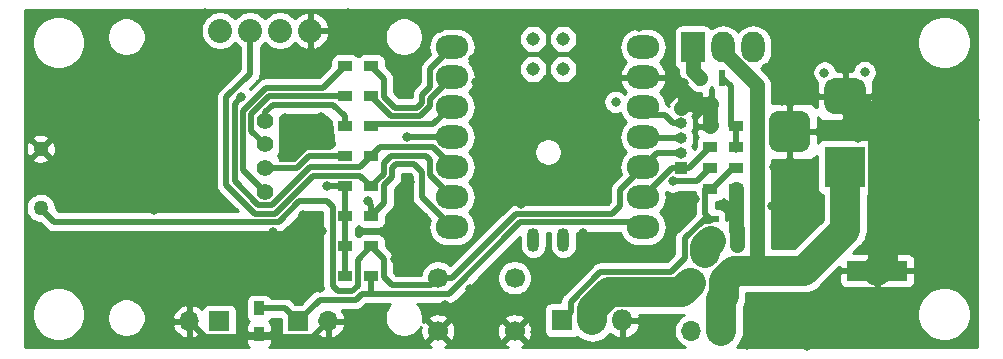
<source format=gtl>
G04 #@! TF.GenerationSoftware,KiCad,Pcbnew,(5.1.6-0-10_14)*
G04 #@! TF.CreationDate,2020-10-28T15:49:20+09:00*
G04 #@! TF.ProjectId,NinjaLAMP,4e696e6a-614c-4414-9d50-2e6b69636164,rev?*
G04 #@! TF.SameCoordinates,Original*
G04 #@! TF.FileFunction,Copper,L1,Top*
G04 #@! TF.FilePolarity,Positive*
%FSLAX46Y46*%
G04 Gerber Fmt 4.6, Leading zero omitted, Abs format (unit mm)*
G04 Created by KiCad (PCBNEW (5.1.6-0-10_14)) date 2020-10-28 15:49:20*
%MOMM*%
%LPD*%
G01*
G04 APERTURE LIST*
G04 #@! TA.AperFunction,NonConductor*
%ADD10C,0.100000*%
G04 #@! TD*
G04 #@! TA.AperFunction,ComponentPad*
%ADD11R,1.000000X1.000000*%
G04 #@! TD*
G04 #@! TA.AperFunction,ComponentPad*
%ADD12O,1.000000X1.000000*%
G04 #@! TD*
G04 #@! TA.AperFunction,ComponentPad*
%ADD13O,2.032000X2.032000*%
G04 #@! TD*
G04 #@! TA.AperFunction,ComponentPad*
%ADD14C,1.399540*%
G04 #@! TD*
G04 #@! TA.AperFunction,SMDPad,CuDef*
%ADD15R,5.200000X1.700000*%
G04 #@! TD*
G04 #@! TA.AperFunction,ComponentPad*
%ADD16R,1.700000X1.700000*%
G04 #@! TD*
G04 #@! TA.AperFunction,ComponentPad*
%ADD17O,1.700000X1.700000*%
G04 #@! TD*
G04 #@! TA.AperFunction,ComponentPad*
%ADD18R,3.500000X3.500000*%
G04 #@! TD*
G04 #@! TA.AperFunction,ComponentPad*
%ADD19R,2.000000X2.600000*%
G04 #@! TD*
G04 #@! TA.AperFunction,ComponentPad*
%ADD20O,2.000000X2.600000*%
G04 #@! TD*
G04 #@! TA.AperFunction,SMDPad,CuDef*
%ADD21R,1.320800X0.558800*%
G04 #@! TD*
G04 #@! TA.AperFunction,SMDPad,CuDef*
%ADD22R,0.558800X1.320800*%
G04 #@! TD*
G04 #@! TA.AperFunction,SMDPad,CuDef*
%ADD23R,1.200000X0.900000*%
G04 #@! TD*
G04 #@! TA.AperFunction,SMDPad,CuDef*
%ADD24C,1.143000*%
G04 #@! TD*
G04 #@! TA.AperFunction,SMDPad,CuDef*
%ADD25O,1.016000X2.032000*%
G04 #@! TD*
G04 #@! TA.AperFunction,SMDPad,CuDef*
%ADD26O,2.748280X1.998980*%
G04 #@! TD*
G04 #@! TA.AperFunction,ComponentPad*
%ADD27O,1.800000X1.800000*%
G04 #@! TD*
G04 #@! TA.AperFunction,ComponentPad*
%ADD28R,1.800000X1.800000*%
G04 #@! TD*
G04 #@! TA.AperFunction,ComponentPad*
%ADD29C,1.700000*%
G04 #@! TD*
G04 #@! TA.AperFunction,SMDPad,CuDef*
%ADD30R,0.900000X1.200000*%
G04 #@! TD*
G04 #@! TA.AperFunction,ComponentPad*
%ADD31C,1.270000*%
G04 #@! TD*
G04 #@! TA.AperFunction,ViaPad*
%ADD32C,0.800000*%
G04 #@! TD*
G04 #@! TA.AperFunction,Conductor*
%ADD33C,1.270000*%
G04 #@! TD*
G04 #@! TA.AperFunction,Conductor*
%ADD34C,2.540000*%
G04 #@! TD*
G04 #@! TA.AperFunction,Conductor*
%ADD35C,0.508000*%
G04 #@! TD*
G04 #@! TA.AperFunction,Conductor*
%ADD36C,0.254000*%
G04 #@! TD*
G04 APERTURE END LIST*
D10*
G36*
X135032500Y-97087000D02*
G01*
X138542500Y-97087000D01*
X139212500Y-97677000D01*
X139472500Y-99697000D01*
X139052500Y-100047000D01*
X137052500Y-100087000D01*
X136022500Y-101047000D01*
X134742500Y-101097000D01*
X134692500Y-97337000D01*
X135042500Y-97077000D01*
X135032500Y-97087000D01*
G37*
X135032500Y-97087000D02*
X138542500Y-97087000D01*
X139212500Y-97677000D01*
X139472500Y-99697000D01*
X139052500Y-100047000D01*
X137052500Y-100087000D01*
X136022500Y-101047000D01*
X134742500Y-101097000D01*
X134692500Y-97337000D01*
X135042500Y-97077000D01*
X135032500Y-97087000D01*
D11*
G04 #@! TO.P,J2,1*
G04 #@! TO.N,FAN*
X168732500Y-101697000D03*
D12*
G04 #@! TO.P,J2,2*
G04 #@! TO.N,TACT*
X168732500Y-100427000D03*
G04 #@! TO.P,J2,3*
G04 #@! TO.N,D10*
X168732500Y-99157000D03*
G04 #@! TO.P,J2,4*
G04 #@! TO.N,+3V3*
X168732500Y-97887000D03*
G04 #@! TO.P,J2,5*
G04 #@! TO.N,GND*
X168732500Y-96617000D03*
G04 #@! TD*
D13*
G04 #@! TO.P,D1,4*
G04 #@! TO.N,SDA*
X129710000Y-90040000D03*
G04 #@! TO.P,D1,3*
G04 #@! TO.N,SCL*
X132250000Y-90040000D03*
G04 #@! TO.P,D1,2*
G04 #@! TO.N,+3V3*
X134790000Y-90040000D03*
G04 #@! TO.P,D1,1*
G04 #@! TO.N,GND*
X137330000Y-90040000D03*
G04 #@! TD*
D14*
G04 #@! TO.P,D2,4*
G04 #@! TO.N,Net-(D2-Pad4)*
X133520000Y-103659740D03*
G04 #@! TO.P,D2,3*
G04 #@! TO.N,+3V3*
X133520000Y-101658220D03*
G04 #@! TO.P,D2,2*
G04 #@! TO.N,Net-(D2-Pad2)*
X133520000Y-99661780D03*
G04 #@! TO.P,D2,1*
G04 #@! TO.N,Net-(D2-Pad1)*
X133520000Y-97660260D03*
G04 #@! TD*
D15*
G04 #@! TO.P,C1,1*
G04 #@! TO.N,+12V*
X176253020Y-110367880D03*
G04 #@! TO.P,C1,2*
G04 #@! TO.N,GND*
X185353020Y-110367880D03*
G04 #@! TD*
D16*
G04 #@! TO.P,HEATER1,1*
G04 #@! TO.N,+12V*
X172149240Y-115442800D03*
D17*
G04 #@! TO.P,HEATER1,2*
G04 #@! TO.N,/Q2*
X169609240Y-115442800D03*
G04 #@! TD*
G04 #@! TO.P,HEATER2,2*
G04 #@! TO.N,/Q2*
X169619400Y-111369400D03*
D16*
G04 #@! TO.P,HEATER2,1*
G04 #@! TO.N,+12V*
X172159400Y-111369400D03*
G04 #@! TD*
D18*
G04 #@! TO.P,J1,1*
G04 #@! TO.N,+12V*
X182624200Y-101574400D03*
G04 #@! TO.P,J1,2*
G04 #@! TO.N,GND*
G04 #@! TA.AperFunction,ComponentPad*
G36*
G01*
X181624200Y-94074400D02*
X183624200Y-94074400D01*
G75*
G02*
X184374200Y-94824400I0J-750000D01*
G01*
X184374200Y-96324400D01*
G75*
G02*
X183624200Y-97074400I-750000J0D01*
G01*
X181624200Y-97074400D01*
G75*
G02*
X180874200Y-96324400I0J750000D01*
G01*
X180874200Y-94824400D01*
G75*
G02*
X181624200Y-94074400I750000J0D01*
G01*
G37*
G04 #@! TD.AperFunction*
G04 #@! TO.P,J1,3*
G04 #@! TA.AperFunction,ComponentPad*
G36*
G01*
X177049200Y-96824400D02*
X178799200Y-96824400D01*
G75*
G02*
X179674200Y-97699400I0J-875000D01*
G01*
X179674200Y-99449400D01*
G75*
G02*
X178799200Y-100324400I-875000J0D01*
G01*
X177049200Y-100324400D01*
G75*
G02*
X176174200Y-99449400I0J875000D01*
G01*
X176174200Y-97699400D01*
G75*
G02*
X177049200Y-96824400I875000J0D01*
G01*
G37*
G04 #@! TD.AperFunction*
G04 #@! TD*
D19*
G04 #@! TO.P,FAN1,1*
G04 #@! TO.N,Net-(FAN1-Pad1)*
X169759100Y-91439800D03*
D20*
G04 #@! TO.P,FAN1,2*
G04 #@! TO.N,+12V*
X172299100Y-91439800D03*
G04 #@! TO.P,FAN1,3*
G04 #@! TO.N,N/C*
X174839100Y-91439800D03*
G04 #@! TD*
D16*
G04 #@! TO.P,NTC_AIR1,1*
G04 #@! TO.N,AIN_AIR*
X136320000Y-114630000D03*
D17*
G04 #@! TO.P,NTC_AIR1,2*
G04 #@! TO.N,GND*
X138860000Y-114630000D03*
G04 #@! TD*
G04 #@! TO.P,NTC_WELL1,2*
G04 #@! TO.N,GND*
X127112500Y-114630000D03*
D16*
G04 #@! TO.P,NTC_WELL1,1*
G04 #@! TO.N,AIN_WELL*
X129652500Y-114630000D03*
G04 #@! TD*
D21*
G04 #@! TO.P,Q1,3*
G04 #@! TO.N,GND*
X173467500Y-106908400D03*
G04 #@! TO.P,Q1,2*
G04 #@! TO.N,/Q2*
X171283100Y-107848200D03*
G04 #@! TO.P,Q1,1*
G04 #@! TO.N,/Q1*
X171283100Y-105968600D03*
G04 #@! TD*
D22*
G04 #@! TO.P,Q2,1*
G04 #@! TO.N,Net-(Q2-Pad1)*
X172248300Y-94017900D03*
G04 #@! TO.P,Q2,2*
G04 #@! TO.N,Net-(FAN1-Pad1)*
X170368700Y-94017900D03*
G04 #@! TO.P,Q2,3*
G04 #@! TO.N,GND*
X171308500Y-96202300D03*
G04 #@! TD*
D23*
G04 #@! TO.P,R1,2*
G04 #@! TO.N,+3V3*
X140300000Y-103200000D03*
G04 #@! TO.P,R1,1*
G04 #@! TO.N,SCL*
X142500000Y-103200000D03*
G04 #@! TD*
G04 #@! TO.P,R2,1*
G04 #@! TO.N,SDA*
X142500000Y-100660000D03*
G04 #@! TO.P,R2,2*
G04 #@! TO.N,+3V3*
X140300000Y-100660000D03*
G04 #@! TD*
G04 #@! TO.P,R3,2*
G04 #@! TO.N,AIN_WELL*
X142500000Y-105740000D03*
G04 #@! TO.P,R3,1*
G04 #@! TO.N,+3V3*
X140300000Y-105740000D03*
G04 #@! TD*
G04 #@! TO.P,R4,1*
G04 #@! TO.N,+3V3*
X140300000Y-110820000D03*
G04 #@! TO.P,R4,2*
G04 #@! TO.N,AIN_AIR*
X142500000Y-110820000D03*
G04 #@! TD*
G04 #@! TO.P,R5,2*
G04 #@! TO.N,HEATER*
X171221960Y-101676000D03*
G04 #@! TO.P,R5,1*
G04 #@! TO.N,/Q1*
X173421960Y-101676000D03*
G04 #@! TD*
G04 #@! TO.P,R6,1*
G04 #@! TO.N,GND*
X173421960Y-103454000D03*
G04 #@! TO.P,R6,2*
G04 #@! TO.N,/Q1*
X171221960Y-103454000D03*
G04 #@! TD*
G04 #@! TO.P,R7,1*
G04 #@! TO.N,TACT*
X142500000Y-108280000D03*
G04 #@! TO.P,R7,2*
G04 #@! TO.N,+3V3*
X140300000Y-108280000D03*
G04 #@! TD*
G04 #@! TO.P,R8,2*
G04 #@! TO.N,Net-(D2-Pad1)*
X140300000Y-98120000D03*
G04 #@! TO.P,R8,1*
G04 #@! TO.N,LED_B*
X142500000Y-98120000D03*
G04 #@! TD*
G04 #@! TO.P,R9,1*
G04 #@! TO.N,LED_R*
X142500000Y-93040000D03*
G04 #@! TO.P,R9,2*
G04 #@! TO.N,Net-(D2-Pad4)*
X140300000Y-93040000D03*
G04 #@! TD*
G04 #@! TO.P,R10,1*
G04 #@! TO.N,Net-(Q2-Pad1)*
X173421960Y-99898000D03*
G04 #@! TO.P,R10,2*
G04 #@! TO.N,FAN*
X171221960Y-99898000D03*
G04 #@! TD*
G04 #@! TO.P,R11,2*
G04 #@! TO.N,Net-(D2-Pad2)*
X140300000Y-95580000D03*
G04 #@! TO.P,R11,1*
G04 #@! TO.N,LED_G*
X142500000Y-95580000D03*
G04 #@! TD*
G04 #@! TO.P,R12,2*
G04 #@! TO.N,Net-(Q2-Pad1)*
X173421960Y-98120000D03*
G04 #@! TO.P,R12,1*
G04 #@! TO.N,GND*
X171221960Y-98120000D03*
G04 #@! TD*
D24*
G04 #@! TO.P,U1,20*
G04 #@! TO.N,N/C*
X158758803Y-93275813D03*
G04 #@! TO.P,U1,19*
X156218803Y-93275813D03*
G04 #@! TO.P,U1,18*
X158758803Y-90735813D03*
G04 #@! TO.P,U1,17*
X156218803Y-90735813D03*
D25*
G04 #@! TO.P,U1,16*
X158770000Y-107740000D03*
G04 #@! TO.P,U1,15*
X156220000Y-107740000D03*
D26*
G04 #@! TO.P,U1,1*
G04 #@! TO.N,LED_R*
X149353120Y-91422180D03*
G04 #@! TO.P,U1,2*
G04 #@! TO.N,LED_G*
X149353120Y-93962180D03*
G04 #@! TO.P,U1,3*
G04 #@! TO.N,LED_B*
X149353120Y-96502180D03*
G04 #@! TO.P,U1,4*
G04 #@! TO.N,HEATER*
X149353120Y-99042180D03*
G04 #@! TO.P,U1,5*
G04 #@! TO.N,SDA*
X149353120Y-101582180D03*
G04 #@! TO.P,U1,6*
G04 #@! TO.N,SCL*
X149353120Y-104122180D03*
G04 #@! TO.P,U1,7*
G04 #@! TO.N,AIN_WELL*
X149353120Y-106662180D03*
G04 #@! TO.P,U1,8*
G04 #@! TO.N,AIN_AIR*
X165517680Y-106662180D03*
G04 #@! TO.P,U1,9*
G04 #@! TO.N,FAN*
X165517680Y-104122180D03*
G04 #@! TO.P,U1,10*
G04 #@! TO.N,TACT*
X165517680Y-101582180D03*
G04 #@! TO.P,U1,11*
G04 #@! TO.N,D10*
X165517680Y-99042180D03*
G04 #@! TO.P,U1,12*
G04 #@! TO.N,+3V3*
X165517680Y-96502180D03*
G04 #@! TO.P,U1,13*
G04 #@! TO.N,GND*
X165517680Y-93962180D03*
G04 #@! TO.P,U1,14*
G04 #@! TO.N,N/C*
X165517680Y-91422180D03*
G04 #@! TD*
D27*
G04 #@! TO.P,EXTRA_Q1,3*
G04 #@! TO.N,GND*
X163762500Y-114557000D03*
G04 #@! TO.P,EXTRA_Q1,2*
G04 #@! TO.N,/Q2*
X161222500Y-114557000D03*
D28*
G04 #@! TO.P,EXTRA_Q1,1*
G04 #@! TO.N,/Q1*
X158682500Y-114557000D03*
G04 #@! TD*
D29*
G04 #@! TO.P,SW1,4*
G04 #@! TO.N,GND*
X148142500Y-115467000D03*
G04 #@! TO.P,SW1,3*
X154642500Y-115467000D03*
G04 #@! TO.P,SW1,2*
G04 #@! TO.N,TACT*
X148142500Y-110967000D03*
G04 #@! TO.P,SW1,1*
X154642500Y-110967000D03*
G04 #@! TD*
D30*
G04 #@! TO.P,TH1,2*
G04 #@! TO.N,GND*
X133002500Y-115727000D03*
G04 #@! TO.P,TH1,1*
G04 #@! TO.N,AIN_AIR*
X133002500Y-113527000D03*
G04 #@! TD*
D31*
G04 #@! TO.P,SW2,2*
G04 #@! TO.N,GND*
X114520000Y-100040640D03*
G04 #@! TO.P,SW2,1*
G04 #@! TO.N,TACT*
X114520000Y-105039360D03*
G04 #@! TD*
D32*
G04 #@! TO.N,*
X163202500Y-96067000D03*
X180882500Y-93577000D03*
X184282500Y-93547000D03*
G04 #@! TO.N,GND*
X173467500Y-108216500D03*
X113862500Y-94207000D03*
X118352500Y-92177000D03*
X118932500Y-88997000D03*
X113792500Y-111917000D03*
X118782500Y-112797000D03*
X118892500Y-116357000D03*
X124122500Y-116477000D03*
X124532500Y-113367000D03*
X141332500Y-114167000D03*
X143742500Y-115617000D03*
X148722500Y-113277000D03*
X150872500Y-111907000D03*
X153332500Y-114577000D03*
X156382500Y-115517000D03*
X149692500Y-114577000D03*
X144502500Y-109377000D03*
X146002500Y-110427000D03*
X131542500Y-107907000D03*
X131342500Y-111007000D03*
X134832500Y-109687000D03*
X128792500Y-111087000D03*
X123822500Y-108887000D03*
X118102500Y-108547000D03*
X113892500Y-98467000D03*
X120682500Y-102077000D03*
X124152500Y-105197000D03*
X128172500Y-101517000D03*
X128082500Y-96597000D03*
X124112500Y-98867000D03*
X117822500Y-95867000D03*
X122312500Y-95457000D03*
X125342500Y-91637000D03*
X128452500Y-88577000D03*
X128502500Y-91557000D03*
X140582500Y-88537000D03*
X138502500Y-93257000D03*
X143592500Y-91947000D03*
X143722500Y-89137000D03*
X139222500Y-90697000D03*
X151612500Y-98697000D03*
X146562500Y-107787000D03*
X149272500Y-109497000D03*
X151542500Y-107247000D03*
X151402500Y-103207000D03*
X163202500Y-98877000D03*
X159132500Y-104337000D03*
X153802500Y-101097000D03*
X155202500Y-104677000D03*
X158752500Y-101807000D03*
X161772500Y-101737000D03*
X155182500Y-96017000D03*
X151412500Y-94367000D03*
X148322500Y-89787000D03*
X151582500Y-88847000D03*
X151122500Y-92397000D03*
X154702500Y-88957000D03*
X155212500Y-92027000D03*
X157392500Y-94167000D03*
X157532500Y-91877000D03*
X157612500Y-89477000D03*
X160192500Y-91997000D03*
X160192500Y-96197000D03*
X163682500Y-92657000D03*
X165172500Y-89737000D03*
X169002500Y-94427000D03*
X167682500Y-90677000D03*
X161682500Y-89847000D03*
X170372500Y-89087000D03*
X174582500Y-89057000D03*
X175932500Y-93157000D03*
X177322500Y-95957000D03*
X177552500Y-89047000D03*
X179012500Y-91997000D03*
X181922500Y-89227000D03*
X187102500Y-89177000D03*
X192902500Y-93097000D03*
X187962500Y-96857000D03*
X193592500Y-97607000D03*
X187842500Y-100757000D03*
X188252500Y-105517000D03*
X185492500Y-107577000D03*
X193562500Y-110737000D03*
X191392500Y-108097000D03*
X190642500Y-95507000D03*
X191392500Y-103957000D03*
X188892500Y-112447000D03*
X186762500Y-116407000D03*
X185992500Y-112477000D03*
X174352500Y-116627000D03*
X174712500Y-112557000D03*
G04 #@! TO.N,+12V*
X183192500Y-104677000D03*
G04 #@! TO.N,GND*
X179402500Y-116707000D03*
X176852500Y-114777000D03*
X182542500Y-115127000D03*
X178292500Y-107277000D03*
X180212500Y-106167000D03*
X179732500Y-101487000D03*
X176592500Y-101607000D03*
X176462500Y-104917000D03*
X181512500Y-98057000D03*
X183752500Y-99147000D03*
X156412500Y-112337000D03*
X156432500Y-109737000D03*
X158932500Y-110617000D03*
X160472500Y-107197000D03*
X164262500Y-108547000D03*
X167402500Y-105457000D03*
X169902500Y-104307000D03*
X145802500Y-102847000D03*
X146942500Y-105807000D03*
X146372500Y-94327000D03*
X192742500Y-100937000D03*
X193552500Y-107247000D03*
X113932500Y-106857000D03*
X136722500Y-105607000D03*
X138362500Y-106967000D03*
X138202500Y-111827000D03*
X136302500Y-112957000D03*
X134222500Y-107107000D03*
X137532500Y-109377000D03*
X135212500Y-97407000D03*
X134952500Y-100607000D03*
X139062500Y-99587000D03*
X138282500Y-97357000D03*
X136932500Y-98947000D03*
G04 #@! TO.N,+3V3*
X138758400Y-103200000D03*
G04 #@! TO.N,SDA*
X131512229Y-95679081D03*
G04 #@! TO.N,/Q2*
X170787800Y-108889600D03*
G04 #@! TO.N,AIN_WELL*
X142212500Y-104477000D03*
G04 #@! TO.N,HEATER*
X145540200Y-99047100D03*
X168046550Y-102801050D03*
G04 #@! TD*
D33*
G04 #@! TO.N,+12V*
X175169300Y-109284160D02*
X176253020Y-110367880D01*
X175169300Y-94665096D02*
X175169300Y-109284160D01*
X172299100Y-91439800D02*
X172299100Y-91794896D01*
D34*
X179126620Y-110367880D02*
X176253020Y-110367880D01*
X182624200Y-106870300D02*
X179126620Y-110367880D01*
X182624200Y-101574400D02*
X182624200Y-106870300D01*
X176253020Y-110367880D02*
X174160920Y-110367880D01*
X172159400Y-115432640D02*
X172149240Y-115442800D01*
X172359410Y-112504349D02*
X172359410Y-111369400D01*
X172149240Y-112714519D02*
X172359410Y-112504349D01*
X172149240Y-115442800D02*
X172149240Y-112714519D01*
X173184479Y-110367880D02*
X172359410Y-111192949D01*
X176253020Y-110367880D02*
X173184479Y-110367880D01*
D35*
G04 #@! TO.N,GND*
X165517680Y-93962180D02*
X166640140Y-93962180D01*
D34*
X185844201Y-98794401D02*
X182624200Y-95574400D01*
X185844201Y-109876699D02*
X185844201Y-98794401D01*
X185353020Y-110367880D02*
X185844201Y-109876699D01*
D33*
X173475300Y-106900600D02*
X173467500Y-106908400D01*
X173467500Y-106908400D02*
X173467500Y-108216500D01*
X171308500Y-98033460D02*
X171221960Y-98120000D01*
X173421960Y-106862860D02*
X173467500Y-106908400D01*
X173421960Y-103454000D02*
X173421960Y-106862860D01*
G04 #@! TO.N,+12V*
X172299100Y-91794896D02*
X175169300Y-94665096D01*
G04 #@! TO.N,GND*
X169082199Y-96202300D02*
X168732500Y-96551999D01*
X171308500Y-96202300D02*
X169082199Y-96202300D01*
X171221960Y-96288840D02*
X171308500Y-96202300D01*
X171221960Y-98120000D02*
X171221960Y-96288840D01*
D35*
X133209501Y-115934001D02*
X133002500Y-115727000D01*
X137555999Y-115934001D02*
X133209501Y-115934001D01*
X138860000Y-114630000D02*
X137555999Y-115934001D01*
X128416501Y-115934001D02*
X132795499Y-115934001D01*
X132795499Y-115934001D02*
X133002500Y-115727000D01*
X127112500Y-114630000D02*
X128416501Y-115934001D01*
G04 #@! TO.N,+3V3*
X140300000Y-105740000D02*
X140300000Y-103200000D01*
X138758400Y-103200000D02*
X140300000Y-103200000D01*
X140300000Y-105740000D02*
X140300000Y-108280000D01*
X140300000Y-110820000D02*
X140300000Y-108280000D01*
X165517680Y-96502180D02*
X166073780Y-97058280D01*
X168025394Y-97887000D02*
X167342500Y-97204106D01*
X168732500Y-97887000D02*
X168025394Y-97887000D01*
X166219606Y-97204106D02*
X165517680Y-96502180D01*
X167342500Y-97204106D02*
X166219606Y-97204106D01*
X140300000Y-100660000D02*
X137226046Y-100660000D01*
X136227826Y-101658220D02*
X133520000Y-101658220D01*
X137226046Y-100660000D02*
X136227826Y-101658220D01*
G04 #@! TO.N,SCL*
X143554001Y-101225499D02*
X143554001Y-102145999D01*
X143554001Y-102145999D02*
X142500000Y-103200000D01*
X144170389Y-100609111D02*
X143554001Y-101225499D01*
X147524970Y-102294030D02*
X147524970Y-100994530D01*
X149353120Y-104122180D02*
X147524970Y-102294030D01*
X147139551Y-100609111D02*
X147524970Y-100994530D01*
X144170389Y-100609111D02*
X147139551Y-100609111D01*
X132250000Y-93677388D02*
X132250000Y-90040000D01*
X130242199Y-103090798D02*
X130242199Y-95685189D01*
X134367078Y-105521521D02*
X132672922Y-105521521D01*
X132672922Y-105521521D02*
X130242199Y-103090798D01*
X137592600Y-102295999D02*
X134367078Y-105521521D01*
X141595999Y-102295999D02*
X137592600Y-102295999D01*
X130242199Y-95685189D02*
X132250000Y-93677388D01*
X142500000Y-103200000D02*
X141595999Y-102295999D01*
G04 #@! TO.N,SDA*
X141595999Y-101564001D02*
X142500000Y-100660000D01*
X141572011Y-101587989D02*
X141595999Y-101564001D01*
X134073811Y-104813511D02*
X137299333Y-101587989D01*
X130950209Y-96519915D02*
X130950209Y-102797531D01*
X137299333Y-101587989D02*
X141572011Y-101587989D01*
X130950209Y-102797531D02*
X132966189Y-104813511D01*
X132966189Y-104813511D02*
X134073811Y-104813511D01*
X149353120Y-101582180D02*
X149353120Y-101477620D01*
X149353120Y-101472389D02*
X149353120Y-101582180D01*
X147781832Y-99901101D02*
X149353120Y-101472389D01*
X143258899Y-99901101D02*
X147781832Y-99901101D01*
X142500000Y-100660000D02*
X143258899Y-99901101D01*
X130950209Y-96241101D02*
X131512229Y-95679081D01*
X130950209Y-96519915D02*
X130950209Y-96241101D01*
G04 #@! TO.N,Net-(D2-Pad1)*
X140300000Y-97274500D02*
X139313510Y-96288010D01*
X140300000Y-98120000D02*
X140300000Y-97274500D01*
X139313510Y-96288010D02*
X134185944Y-96288010D01*
X133520000Y-96953954D02*
X133520000Y-97660260D01*
X134185944Y-96288010D02*
X133520000Y-96953954D01*
G04 #@! TO.N,Net-(D2-Pad4)*
X131658219Y-96813182D02*
X133599411Y-94871990D01*
X131658219Y-101797959D02*
X131658219Y-96813182D01*
X133520000Y-103659740D02*
X131658219Y-101797959D01*
X138468010Y-94871990D02*
X140300000Y-93040000D01*
X133599411Y-94871990D02*
X138468010Y-94871990D01*
D34*
G04 #@! TO.N,/Q2*
X170787800Y-108343500D02*
X171283100Y-107848200D01*
X170787800Y-108889600D02*
X170787800Y-108343500D01*
X169465878Y-111369400D02*
X169042639Y-111792639D01*
X169619400Y-111369400D02*
X169465878Y-111369400D01*
X162624899Y-112186999D02*
X161222500Y-113589398D01*
X161222500Y-113589398D02*
X161222500Y-114557000D01*
X168801801Y-112186999D02*
X162624899Y-112186999D01*
X169619400Y-111369400D02*
X168801801Y-112186999D01*
D35*
G04 #@! TO.N,D10*
X165632500Y-99157000D02*
X165517680Y-99042180D01*
X168732500Y-99157000D02*
X165632500Y-99157000D01*
G04 #@! TO.N,TACT*
X165517680Y-101582180D02*
X165700020Y-101582180D01*
X154800743Y-105561980D02*
X149377623Y-110985100D01*
X162887520Y-105561980D02*
X154800743Y-105561980D01*
X163612500Y-103487360D02*
X163612500Y-104837000D01*
X163612500Y-104837000D02*
X162887520Y-105561980D01*
X165517680Y-101582180D02*
X163612500Y-103487360D01*
X166672860Y-100427000D02*
X165517680Y-101582180D01*
X168732500Y-100427000D02*
X166672860Y-100427000D01*
X148160600Y-110985100D02*
X148142500Y-110967000D01*
X149377623Y-110985100D02*
X148160600Y-110985100D01*
X147532500Y-111577000D02*
X148142500Y-110967000D01*
X143554001Y-109334001D02*
X143554001Y-110872725D01*
X144258276Y-111577000D02*
X147532500Y-111577000D01*
X143554001Y-110872725D02*
X144258276Y-111577000D01*
X142500000Y-108280000D02*
X143554001Y-109334001D01*
X138776200Y-104457000D02*
X136432875Y-104457000D01*
X139245999Y-104926799D02*
X138776200Y-104457000D01*
X136432875Y-104457000D02*
X134660345Y-106229531D01*
X139245999Y-111633201D02*
X139245999Y-104926799D01*
X140900202Y-112087000D02*
X139699798Y-112087000D01*
X141354001Y-111633201D02*
X140900202Y-112087000D01*
X139699798Y-112087000D02*
X139245999Y-111633201D01*
X134660345Y-106229531D02*
X115682031Y-106229531D01*
X141354001Y-109425999D02*
X141354001Y-111633201D01*
X115682031Y-106229531D02*
X114492500Y-105040000D01*
X142500000Y-108280000D02*
X141354001Y-109425999D01*
G04 #@! TO.N,FAN*
X167942860Y-101697000D02*
X165517680Y-104122180D01*
X168732500Y-101697000D02*
X167942860Y-101697000D01*
X169422960Y-101697000D02*
X168732500Y-101697000D01*
X171221960Y-99898000D02*
X169422960Y-101697000D01*
G04 #@! TO.N,AIN_AIR*
X135217000Y-113527000D02*
X136320000Y-114630000D01*
X133002500Y-113527000D02*
X135217000Y-113527000D01*
X165125490Y-106269990D02*
X165517680Y-106662180D01*
X149074899Y-112289101D02*
X155094010Y-106269990D01*
X155094010Y-106269990D02*
X165125490Y-106269990D01*
X141193469Y-112795010D02*
X141699378Y-112289101D01*
X138154990Y-112795010D02*
X141193469Y-112795010D01*
X136320000Y-114630000D02*
X138154990Y-112795010D01*
X142594601Y-112289101D02*
X149074899Y-112289101D01*
X142500000Y-112194500D02*
X142594601Y-112289101D01*
X142500000Y-110820000D02*
X142500000Y-112194500D01*
X141699378Y-112289101D02*
X142594601Y-112289101D01*
G04 #@! TO.N,AIN_WELL*
X149437541Y-106746601D02*
X149353120Y-106662180D01*
X142500000Y-105740000D02*
X142593800Y-105740000D01*
X143612500Y-103088776D02*
X143612500Y-104627500D01*
X144262010Y-102439266D02*
X143612500Y-103088776D01*
X144582379Y-101317121D02*
X144262011Y-101637489D01*
X146816960Y-102011460D02*
X146122621Y-101317121D01*
X146816960Y-104126020D02*
X146816960Y-102011460D01*
X143612500Y-104627500D02*
X142500000Y-105740000D01*
X144262011Y-101637489D02*
X144262010Y-102439266D01*
X146122621Y-101317121D02*
X144582379Y-101317121D01*
X149353120Y-106662180D02*
X146816960Y-104126020D01*
X142500000Y-105740000D02*
X142535500Y-105740000D01*
X142500000Y-104764500D02*
X142212500Y-104477000D01*
X142500000Y-105740000D02*
X142500000Y-104764500D01*
G04 #@! TO.N,/Q1*
X170724582Y-105968600D02*
X171283100Y-105968600D01*
X170780000Y-103454000D02*
X170780000Y-105567100D01*
X171181500Y-105968600D02*
X171283100Y-105968600D01*
X170780000Y-105567100D02*
X171181500Y-105968600D01*
X171221960Y-103454000D02*
X171369460Y-103454000D01*
X173147460Y-101676000D02*
X173421960Y-101676000D01*
X171369460Y-103454000D02*
X173147460Y-101676000D01*
X159396780Y-112977000D02*
X159396780Y-113842720D01*
X161910790Y-110462990D02*
X159396780Y-112977000D01*
X169063790Y-109285710D02*
X167886511Y-110462989D01*
X167886511Y-110462989D02*
X161910790Y-110462990D01*
X169063790Y-107629392D02*
X169063790Y-109285710D01*
X159396780Y-113842720D02*
X158682500Y-114557000D01*
X171195309Y-106124191D02*
X170568991Y-106124191D01*
X170568991Y-106124191D02*
X169063790Y-107629392D01*
X171283100Y-106036400D02*
X171195309Y-106124191D01*
X171283100Y-105968600D02*
X171283100Y-106036400D01*
G04 #@! TO.N,Net-(Q2-Pad1)*
X172980000Y-94749600D02*
X172980000Y-98120000D01*
X172248300Y-94017900D02*
X172980000Y-94749600D01*
X173421960Y-100152000D02*
X173421960Y-98120000D01*
G04 #@! TO.N,HEATER*
X149348200Y-99047100D02*
X149353120Y-99042180D01*
X145540200Y-99047100D02*
X149348200Y-99047100D01*
X170096910Y-102801050D02*
X168046550Y-102801050D01*
X171221960Y-101676000D02*
X170096910Y-102801050D01*
G04 #@! TO.N,LED_B*
X149353120Y-96502180D02*
X149257320Y-96502180D01*
X149257320Y-96502180D02*
X147782500Y-97977000D01*
X142643000Y-97977000D02*
X142500000Y-98120000D01*
X147782500Y-97977000D02*
X142643000Y-97977000D01*
G04 #@! TO.N,LED_R*
X149353120Y-91422180D02*
X148732820Y-91422180D01*
X147524970Y-94789054D02*
X146816960Y-95497063D01*
X147524970Y-93250330D02*
X147524970Y-94789054D01*
X149353120Y-91422180D02*
X147524970Y-93250330D01*
X146816960Y-95497063D02*
X146816960Y-96131264D01*
X146816960Y-96131264D02*
X146387244Y-96560980D01*
X146387244Y-96560980D02*
X144482256Y-96560980D01*
X144482256Y-96560980D02*
X143554001Y-95632725D01*
X143554001Y-94094001D02*
X142500000Y-93040000D01*
X143554001Y-95632725D02*
X143554001Y-94094001D01*
G04 #@! TO.N,LED_G*
X149353120Y-93962180D02*
X147524970Y-95790330D01*
X147524970Y-96424530D02*
X146680510Y-97268990D01*
X147524970Y-95790330D02*
X147524970Y-96424530D01*
X144188990Y-97268990D02*
X142500000Y-95580000D01*
X146680510Y-97268990D02*
X144188990Y-97268990D01*
G04 #@! TO.N,Net-(D2-Pad2)*
X133892678Y-95580000D02*
X140300000Y-95580000D01*
X132366229Y-98508009D02*
X132366229Y-97106449D01*
X132366229Y-97106449D02*
X133892678Y-95580000D01*
X133520000Y-99661780D02*
X132366229Y-98508009D01*
D33*
G04 #@! TO.N,Net-(FAN1-Pad1)*
X169759100Y-93408300D02*
X170368700Y-94017900D01*
X169759100Y-91439800D02*
X169759100Y-93408300D01*
G04 #@! TD*
D36*
G04 #@! TO.N,GND*
G36*
X193810000Y-116830000D02*
G01*
X173461801Y-116830000D01*
X173502796Y-116796356D01*
X173562456Y-116723660D01*
X173572610Y-116713506D01*
X173751012Y-116496122D01*
X173927905Y-116165179D01*
X174036835Y-115806085D01*
X174073616Y-115432641D01*
X174054240Y-115235913D01*
X174054240Y-113816521D01*
X188750979Y-113816521D01*
X188750979Y-114263479D01*
X188838176Y-114701849D01*
X189009220Y-115114785D01*
X189257536Y-115486417D01*
X189573583Y-115802464D01*
X189945215Y-116050780D01*
X190358151Y-116221824D01*
X190796521Y-116309021D01*
X191243479Y-116309021D01*
X191681849Y-116221824D01*
X192094785Y-116050780D01*
X192466417Y-115802464D01*
X192782464Y-115486417D01*
X193030780Y-115114785D01*
X193201824Y-114701849D01*
X193289021Y-114263479D01*
X193289021Y-113816521D01*
X193201824Y-113378151D01*
X193030780Y-112965215D01*
X192782464Y-112593583D01*
X192466417Y-112277536D01*
X192094785Y-112029220D01*
X191681849Y-111858176D01*
X191243479Y-111770979D01*
X190796521Y-111770979D01*
X190358151Y-111858176D01*
X189945215Y-112029220D01*
X189573583Y-112277536D01*
X189257536Y-112593583D01*
X189009220Y-112965215D01*
X188838176Y-113378151D01*
X188750979Y-113816521D01*
X174054240Y-113816521D01*
X174054240Y-113374726D01*
X174127916Y-113236888D01*
X174236846Y-112877794D01*
X174264410Y-112597931D01*
X174264410Y-112597929D01*
X174273627Y-112504350D01*
X174264410Y-112410770D01*
X174264410Y-112272880D01*
X179033040Y-112272880D01*
X179126620Y-112282097D01*
X179220200Y-112272880D01*
X179220202Y-112272880D01*
X179500065Y-112245316D01*
X179859159Y-112136386D01*
X180190102Y-111959493D01*
X180480176Y-111721436D01*
X180539840Y-111648735D01*
X180970695Y-111217880D01*
X182114948Y-111217880D01*
X182127208Y-111342362D01*
X182163518Y-111462060D01*
X182222483Y-111572374D01*
X182301835Y-111669065D01*
X182398526Y-111748417D01*
X182508840Y-111807382D01*
X182628538Y-111843692D01*
X182753020Y-111855952D01*
X185067270Y-111852880D01*
X185226020Y-111694130D01*
X185226020Y-110494880D01*
X185480020Y-110494880D01*
X185480020Y-111694130D01*
X185638770Y-111852880D01*
X187953020Y-111855952D01*
X188077502Y-111843692D01*
X188197200Y-111807382D01*
X188307514Y-111748417D01*
X188404205Y-111669065D01*
X188483557Y-111572374D01*
X188542522Y-111462060D01*
X188578832Y-111342362D01*
X188591092Y-111217880D01*
X188588020Y-110653630D01*
X188429270Y-110494880D01*
X185480020Y-110494880D01*
X185226020Y-110494880D01*
X182276770Y-110494880D01*
X182118020Y-110653630D01*
X182114948Y-111217880D01*
X180970695Y-111217880D01*
X182117957Y-110070619D01*
X182118020Y-110082130D01*
X182276770Y-110240880D01*
X185226020Y-110240880D01*
X185226020Y-109041630D01*
X185480020Y-109041630D01*
X185480020Y-110240880D01*
X188429270Y-110240880D01*
X188588020Y-110082130D01*
X188591092Y-109517880D01*
X188578832Y-109393398D01*
X188542522Y-109273700D01*
X188483557Y-109163386D01*
X188404205Y-109066695D01*
X188307514Y-108987343D01*
X188197200Y-108928378D01*
X188077502Y-108892068D01*
X187953020Y-108879808D01*
X185638770Y-108882880D01*
X185480020Y-109041630D01*
X185226020Y-109041630D01*
X185067270Y-108882880D01*
X183308032Y-108880545D01*
X183905066Y-108283511D01*
X183977756Y-108223856D01*
X184138668Y-108027784D01*
X184215813Y-107933783D01*
X184368384Y-107648342D01*
X184392706Y-107602839D01*
X184501636Y-107243745D01*
X184529200Y-106963882D01*
X184529200Y-106963881D01*
X184538417Y-106870301D01*
X184529200Y-106776721D01*
X184529200Y-103940954D01*
X184618380Y-103913902D01*
X184728694Y-103854937D01*
X184825385Y-103775585D01*
X184904737Y-103678894D01*
X184963702Y-103568580D01*
X185000012Y-103448882D01*
X185012272Y-103324400D01*
X185012272Y-99824400D01*
X185000012Y-99699918D01*
X184963702Y-99580220D01*
X184904737Y-99469906D01*
X184825385Y-99373215D01*
X184728694Y-99293863D01*
X184618380Y-99234898D01*
X184498682Y-99198588D01*
X184374200Y-99186328D01*
X180874200Y-99186328D01*
X180749718Y-99198588D01*
X180630020Y-99234898D01*
X180519706Y-99293863D01*
X180423015Y-99373215D01*
X180343663Y-99469906D01*
X180310609Y-99531745D01*
X180309200Y-98860150D01*
X180150450Y-98701400D01*
X178051200Y-98701400D01*
X178051200Y-100800650D01*
X178209950Y-100959400D01*
X179674200Y-100962472D01*
X179798682Y-100950212D01*
X179918380Y-100913902D01*
X180028694Y-100854937D01*
X180125385Y-100775585D01*
X180204737Y-100678894D01*
X180236128Y-100620167D01*
X180236128Y-103324400D01*
X180248388Y-103448882D01*
X180284698Y-103568580D01*
X180343663Y-103678894D01*
X180423015Y-103775585D01*
X180519706Y-103854937D01*
X180630020Y-103913902D01*
X180719200Y-103940955D01*
X180719201Y-106081223D01*
X178337545Y-108462880D01*
X176439300Y-108462880D01*
X176439300Y-100961916D01*
X177638450Y-100959400D01*
X177797200Y-100800650D01*
X177797200Y-98701400D01*
X177777200Y-98701400D01*
X177777200Y-98447400D01*
X177797200Y-98447400D01*
X177797200Y-96348150D01*
X178051200Y-96348150D01*
X178051200Y-98447400D01*
X180150450Y-98447400D01*
X180309200Y-98288650D01*
X180311131Y-97368033D01*
X180343663Y-97428894D01*
X180423015Y-97525585D01*
X180519706Y-97604937D01*
X180630020Y-97663902D01*
X180749718Y-97700212D01*
X180874200Y-97712472D01*
X182338450Y-97709400D01*
X182497200Y-97550650D01*
X182497200Y-95701400D01*
X182751200Y-95701400D01*
X182751200Y-97550650D01*
X182909950Y-97709400D01*
X184374200Y-97712472D01*
X184498682Y-97700212D01*
X184618380Y-97663902D01*
X184728694Y-97604937D01*
X184825385Y-97525585D01*
X184904737Y-97428894D01*
X184963702Y-97318580D01*
X185000012Y-97198882D01*
X185012272Y-97074400D01*
X185009200Y-95860150D01*
X184850450Y-95701400D01*
X182751200Y-95701400D01*
X182497200Y-95701400D01*
X180397950Y-95701400D01*
X180239200Y-95860150D01*
X180237502Y-96531205D01*
X180204737Y-96469906D01*
X180125385Y-96373215D01*
X180028694Y-96293863D01*
X179918380Y-96234898D01*
X179798682Y-96198588D01*
X179674200Y-96186328D01*
X178209950Y-96189400D01*
X178051200Y-96348150D01*
X177797200Y-96348150D01*
X177638450Y-96189400D01*
X176439300Y-96186884D01*
X176439300Y-94727476D01*
X176445444Y-94665096D01*
X176420923Y-94416133D01*
X176348303Y-94176737D01*
X176346668Y-94173678D01*
X176230375Y-93956108D01*
X176142390Y-93848898D01*
X176111435Y-93811179D01*
X176111432Y-93811176D01*
X176071670Y-93762726D01*
X176023221Y-93722965D01*
X175775317Y-93475061D01*
X179847500Y-93475061D01*
X179847500Y-93678939D01*
X179887274Y-93878898D01*
X179965295Y-94067256D01*
X180078563Y-94236774D01*
X180222726Y-94380937D01*
X180236928Y-94390426D01*
X180239200Y-95288650D01*
X180397950Y-95447400D01*
X182497200Y-95447400D01*
X182497200Y-93598150D01*
X182751200Y-93598150D01*
X182751200Y-95447400D01*
X184850450Y-95447400D01*
X185009200Y-95288650D01*
X185011748Y-94281463D01*
X185086437Y-94206774D01*
X185199705Y-94037256D01*
X185277726Y-93848898D01*
X185317500Y-93648939D01*
X185317500Y-93445061D01*
X185277726Y-93245102D01*
X185199705Y-93056744D01*
X185086437Y-92887226D01*
X184942274Y-92743063D01*
X184772756Y-92629795D01*
X184584398Y-92551774D01*
X184384439Y-92512000D01*
X184180561Y-92512000D01*
X183980602Y-92551774D01*
X183792244Y-92629795D01*
X183622726Y-92743063D01*
X183478563Y-92887226D01*
X183365295Y-93056744D01*
X183287274Y-93245102D01*
X183248767Y-93438689D01*
X182909950Y-93439400D01*
X182751200Y-93598150D01*
X182497200Y-93598150D01*
X182338450Y-93439400D01*
X181910228Y-93438502D01*
X181877726Y-93275102D01*
X181799705Y-93086744D01*
X181686437Y-92917226D01*
X181542274Y-92773063D01*
X181372756Y-92659795D01*
X181184398Y-92581774D01*
X180984439Y-92542000D01*
X180780561Y-92542000D01*
X180580602Y-92581774D01*
X180392244Y-92659795D01*
X180222726Y-92773063D01*
X180078563Y-92917226D01*
X179965295Y-93086744D01*
X179887274Y-93275102D01*
X179847500Y-93475061D01*
X175775317Y-93475061D01*
X175526526Y-93226270D01*
X175751852Y-93105831D01*
X176000814Y-92901514D01*
X176205131Y-92652552D01*
X176356952Y-92368515D01*
X176450443Y-92060315D01*
X176474100Y-91820121D01*
X176474100Y-91059478D01*
X176450443Y-90819284D01*
X176449605Y-90816521D01*
X188750979Y-90816521D01*
X188750979Y-91263479D01*
X188838176Y-91701849D01*
X189009220Y-92114785D01*
X189257536Y-92486417D01*
X189573583Y-92802464D01*
X189945215Y-93050780D01*
X190358151Y-93221824D01*
X190796521Y-93309021D01*
X191243479Y-93309021D01*
X191681849Y-93221824D01*
X192094785Y-93050780D01*
X192466417Y-92802464D01*
X192782464Y-92486417D01*
X193030780Y-92114785D01*
X193201824Y-91701849D01*
X193289021Y-91263479D01*
X193289021Y-90816521D01*
X193201824Y-90378151D01*
X193030780Y-89965215D01*
X192782464Y-89593583D01*
X192466417Y-89277536D01*
X192094785Y-89029220D01*
X191681849Y-88858176D01*
X191243479Y-88770979D01*
X190796521Y-88770979D01*
X190358151Y-88858176D01*
X189945215Y-89029220D01*
X189573583Y-89277536D01*
X189257536Y-89593583D01*
X189009220Y-89965215D01*
X188838176Y-90378151D01*
X188750979Y-90816521D01*
X176449605Y-90816521D01*
X176356952Y-90511085D01*
X176205131Y-90227048D01*
X176000814Y-89978086D01*
X175751851Y-89773769D01*
X175467814Y-89621948D01*
X175159615Y-89528457D01*
X174839100Y-89496889D01*
X174518584Y-89528457D01*
X174210385Y-89621948D01*
X173926348Y-89773769D01*
X173677386Y-89978086D01*
X173569100Y-90110034D01*
X173460814Y-89978086D01*
X173211851Y-89773769D01*
X172927814Y-89621948D01*
X172619615Y-89528457D01*
X172299100Y-89496889D01*
X171978584Y-89528457D01*
X171670385Y-89621948D01*
X171386348Y-89773769D01*
X171314839Y-89832455D01*
X171289637Y-89785306D01*
X171210285Y-89688615D01*
X171113594Y-89609263D01*
X171003280Y-89550298D01*
X170883582Y-89513988D01*
X170759100Y-89501728D01*
X168759100Y-89501728D01*
X168634618Y-89513988D01*
X168514920Y-89550298D01*
X168404606Y-89609263D01*
X168307915Y-89688615D01*
X168228563Y-89785306D01*
X168169598Y-89895620D01*
X168133288Y-90015318D01*
X168121028Y-90139800D01*
X168121028Y-92739800D01*
X168133288Y-92864282D01*
X168169598Y-92983980D01*
X168228563Y-93094294D01*
X168307915Y-93190985D01*
X168404606Y-93270337D01*
X168489101Y-93315501D01*
X168489101Y-93345918D01*
X168482957Y-93408300D01*
X168507477Y-93657263D01*
X168565610Y-93848898D01*
X168580098Y-93896659D01*
X168698026Y-94117288D01*
X168856731Y-94310670D01*
X168905187Y-94350437D01*
X169514785Y-94960035D01*
X169523847Y-94967472D01*
X169558763Y-95032794D01*
X169638115Y-95129485D01*
X169734806Y-95208837D01*
X169845120Y-95267802D01*
X169964818Y-95304112D01*
X170089300Y-95316372D01*
X170433791Y-95316372D01*
X170402888Y-95419451D01*
X170391031Y-95543972D01*
X170394100Y-95916550D01*
X170552850Y-96075300D01*
X171181500Y-96075300D01*
X171181500Y-95065650D01*
X171165118Y-95049268D01*
X171178637Y-95032794D01*
X171213552Y-94967473D01*
X171271070Y-94920270D01*
X171349673Y-94824491D01*
X171379398Y-94922480D01*
X171438363Y-95032794D01*
X171451882Y-95049268D01*
X171435500Y-95065650D01*
X171435500Y-96075300D01*
X171455500Y-96075300D01*
X171455500Y-96329300D01*
X171435500Y-96329300D01*
X171435500Y-97107210D01*
X171348960Y-97193750D01*
X171348960Y-97993000D01*
X171368960Y-97993000D01*
X171368960Y-98247000D01*
X171348960Y-98247000D01*
X171348960Y-98267000D01*
X171094960Y-98267000D01*
X171094960Y-98247000D01*
X170145710Y-98247000D01*
X169986960Y-98405750D01*
X169983888Y-98570000D01*
X169996148Y-98694482D01*
X170032458Y-98814180D01*
X170091423Y-98924494D01*
X170160775Y-99009000D01*
X170091423Y-99093506D01*
X170032458Y-99203820D01*
X169996148Y-99323518D01*
X169983888Y-99448000D01*
X169983888Y-99878836D01*
X169807161Y-100055563D01*
X169738324Y-99889376D01*
X169673259Y-99792000D01*
X169738324Y-99694624D01*
X169823883Y-99488067D01*
X169867500Y-99268788D01*
X169867500Y-99045212D01*
X169823883Y-98825933D01*
X169738324Y-98619376D01*
X169673259Y-98522000D01*
X169738324Y-98424624D01*
X169823883Y-98218067D01*
X169867500Y-97998788D01*
X169867500Y-97775212D01*
X169846573Y-97670000D01*
X169983888Y-97670000D01*
X169986960Y-97834250D01*
X170145710Y-97993000D01*
X171094960Y-97993000D01*
X171094960Y-97425490D01*
X171181500Y-97338950D01*
X171181500Y-96329300D01*
X170552850Y-96329300D01*
X170394100Y-96488050D01*
X170391031Y-96860628D01*
X170402888Y-96985149D01*
X170426998Y-97065568D01*
X170377780Y-97080498D01*
X170267466Y-97139463D01*
X170170775Y-97218815D01*
X170091423Y-97315506D01*
X170032458Y-97425820D01*
X169996148Y-97545518D01*
X169983888Y-97670000D01*
X169846573Y-97670000D01*
X169823883Y-97555933D01*
X169738324Y-97349376D01*
X169670147Y-97247342D01*
X169719623Y-97177206D01*
X169809946Y-96973864D01*
X169826619Y-96918874D01*
X169700454Y-96744000D01*
X168859500Y-96744000D01*
X168859500Y-96755026D01*
X168844288Y-96752000D01*
X168620712Y-96752000D01*
X168605500Y-96755026D01*
X168605500Y-96744000D01*
X168585500Y-96744000D01*
X168585500Y-96490000D01*
X168605500Y-96490000D01*
X168605500Y-95647871D01*
X168859500Y-95647871D01*
X168859500Y-96490000D01*
X169700454Y-96490000D01*
X169826619Y-96315126D01*
X169809946Y-96260136D01*
X169719623Y-96056794D01*
X169591365Y-95874980D01*
X169430101Y-95721682D01*
X169242029Y-95602790D01*
X169034376Y-95522874D01*
X168859500Y-95647871D01*
X168605500Y-95647871D01*
X168430624Y-95522874D01*
X168222971Y-95602790D01*
X168034899Y-95721682D01*
X167873635Y-95874980D01*
X167745377Y-96056794D01*
X167655054Y-96260136D01*
X167638381Y-96315126D01*
X167684313Y-96378792D01*
X167517594Y-96328219D01*
X167503170Y-96181764D01*
X167409708Y-95873661D01*
X167257934Y-95589713D01*
X167053681Y-95340829D01*
X166923425Y-95233931D01*
X167137892Y-95028136D01*
X167321917Y-94764657D01*
X167451003Y-94470339D01*
X167481949Y-94342534D01*
X167362595Y-94089180D01*
X165644680Y-94089180D01*
X165644680Y-94109180D01*
X165390680Y-94109180D01*
X165390680Y-94089180D01*
X163672765Y-94089180D01*
X163553411Y-94342534D01*
X163584357Y-94470339D01*
X163713443Y-94764657D01*
X163897468Y-95028136D01*
X164111935Y-95233931D01*
X163981679Y-95340829D01*
X163962910Y-95363699D01*
X163862274Y-95263063D01*
X163692756Y-95149795D01*
X163504398Y-95071774D01*
X163304439Y-95032000D01*
X163100561Y-95032000D01*
X162900602Y-95071774D01*
X162712244Y-95149795D01*
X162542726Y-95263063D01*
X162398563Y-95407226D01*
X162285295Y-95576744D01*
X162207274Y-95765102D01*
X162167500Y-95965061D01*
X162167500Y-96168939D01*
X162207274Y-96368898D01*
X162285295Y-96557256D01*
X162398563Y-96726774D01*
X162542726Y-96870937D01*
X162712244Y-96984205D01*
X162900602Y-97062226D01*
X163100561Y-97102000D01*
X163304439Y-97102000D01*
X163504398Y-97062226D01*
X163593665Y-97025250D01*
X163625652Y-97130699D01*
X163777426Y-97414647D01*
X163981679Y-97663531D01*
X164114069Y-97772180D01*
X163981679Y-97880829D01*
X163777426Y-98129713D01*
X163625652Y-98413661D01*
X163532190Y-98721764D01*
X163500632Y-99042180D01*
X163532190Y-99362596D01*
X163625652Y-99670699D01*
X163777426Y-99954647D01*
X163981679Y-100203531D01*
X164114069Y-100312180D01*
X163981679Y-100420829D01*
X163777426Y-100669713D01*
X163625652Y-100953661D01*
X163532190Y-101261764D01*
X163500632Y-101582180D01*
X163532190Y-101902596D01*
X163625652Y-102210699D01*
X163627837Y-102214788D01*
X163014764Y-102827861D01*
X162980841Y-102855701D01*
X162869747Y-102991070D01*
X162840863Y-103045109D01*
X162788592Y-103142901D01*
X162787197Y-103145510D01*
X162774511Y-103187331D01*
X162739746Y-103301939D01*
X162736364Y-103313087D01*
X162723500Y-103443694D01*
X162723500Y-103443700D01*
X162719200Y-103487360D01*
X162723500Y-103531020D01*
X162723501Y-104468764D01*
X162519285Y-104672980D01*
X154844403Y-104672980D01*
X154800743Y-104668680D01*
X154757083Y-104672980D01*
X154757076Y-104672980D01*
X154643068Y-104684209D01*
X154626468Y-104685844D01*
X154591264Y-104696523D01*
X154458892Y-104736677D01*
X154304452Y-104819227D01*
X154169084Y-104930321D01*
X154141249Y-104964238D01*
X149190547Y-109914940D01*
X149089132Y-109813525D01*
X148845911Y-109651010D01*
X148575658Y-109539068D01*
X148288760Y-109482000D01*
X147996240Y-109482000D01*
X147709342Y-109539068D01*
X147439089Y-109651010D01*
X147195868Y-109813525D01*
X146989025Y-110020368D01*
X146826510Y-110263589D01*
X146714568Y-110533842D01*
X146683904Y-110688000D01*
X144626511Y-110688000D01*
X144443001Y-110504490D01*
X144443001Y-109377669D01*
X144447302Y-109334001D01*
X144430137Y-109159726D01*
X144404751Y-109076039D01*
X144379304Y-108992150D01*
X144296754Y-108837710D01*
X144185660Y-108702342D01*
X144151744Y-108674508D01*
X143738072Y-108260836D01*
X143738072Y-107830000D01*
X143725812Y-107705518D01*
X143689502Y-107585820D01*
X143630537Y-107475506D01*
X143551185Y-107378815D01*
X143454494Y-107299463D01*
X143344180Y-107240498D01*
X143224482Y-107204188D01*
X143100000Y-107191928D01*
X141900000Y-107191928D01*
X141775518Y-107204188D01*
X141655820Y-107240498D01*
X141545506Y-107299463D01*
X141448815Y-107378815D01*
X141400000Y-107438296D01*
X141351185Y-107378815D01*
X141254494Y-107299463D01*
X141189000Y-107264455D01*
X141189000Y-106755545D01*
X141254494Y-106720537D01*
X141351185Y-106641185D01*
X141400000Y-106581704D01*
X141448815Y-106641185D01*
X141545506Y-106720537D01*
X141655820Y-106779502D01*
X141775518Y-106815812D01*
X141900000Y-106828072D01*
X143100000Y-106828072D01*
X143224482Y-106815812D01*
X143344180Y-106779502D01*
X143454494Y-106720537D01*
X143551185Y-106641185D01*
X143630537Y-106544494D01*
X143689502Y-106434180D01*
X143725812Y-106314482D01*
X143738072Y-106190000D01*
X143738072Y-105759164D01*
X144210241Y-105286995D01*
X144244159Y-105259159D01*
X144355253Y-105123791D01*
X144437803Y-104969351D01*
X144477951Y-104837000D01*
X144488636Y-104801775D01*
X144505801Y-104627500D01*
X144501500Y-104583832D01*
X144501500Y-103457011D01*
X144859756Y-103098756D01*
X144893668Y-103070925D01*
X144921499Y-103037013D01*
X144921505Y-103037007D01*
X145004762Y-102935558D01*
X145087312Y-102781119D01*
X145138146Y-102613541D01*
X145155310Y-102439266D01*
X145151009Y-102395598D01*
X145151010Y-102206121D01*
X145754386Y-102206121D01*
X145927961Y-102379696D01*
X145927960Y-104082360D01*
X145923660Y-104126020D01*
X145927960Y-104169680D01*
X145927960Y-104169686D01*
X145936707Y-104258494D01*
X145940824Y-104300294D01*
X145953084Y-104340709D01*
X145991657Y-104467870D01*
X146074207Y-104622310D01*
X146185301Y-104757679D01*
X146219224Y-104785519D01*
X147463277Y-106029573D01*
X147461092Y-106033661D01*
X147367630Y-106341764D01*
X147336072Y-106662180D01*
X147367630Y-106982596D01*
X147461092Y-107290699D01*
X147612866Y-107574647D01*
X147817119Y-107823531D01*
X148066003Y-108027784D01*
X148349951Y-108179558D01*
X148658054Y-108273020D01*
X148898178Y-108296670D01*
X149808062Y-108296670D01*
X150048186Y-108273020D01*
X150356289Y-108179558D01*
X150640237Y-108027784D01*
X150889121Y-107823531D01*
X151093374Y-107574647D01*
X151245148Y-107290699D01*
X151338610Y-106982596D01*
X151370168Y-106662180D01*
X151338610Y-106341764D01*
X151245148Y-106033661D01*
X151093374Y-105749713D01*
X150889121Y-105500829D01*
X150756731Y-105392180D01*
X150889121Y-105283531D01*
X151093374Y-105034647D01*
X151245148Y-104750699D01*
X151338610Y-104442596D01*
X151370168Y-104122180D01*
X151338610Y-103801764D01*
X151245148Y-103493661D01*
X151093374Y-103209713D01*
X150889121Y-102960829D01*
X150756731Y-102852180D01*
X150889121Y-102743531D01*
X151093374Y-102494647D01*
X151245148Y-102210699D01*
X151338610Y-101902596D01*
X151370168Y-101582180D01*
X151338610Y-101261764D01*
X151245148Y-100953661D01*
X151093374Y-100669713D01*
X150889121Y-100420829D01*
X150756731Y-100312180D01*
X150889121Y-100203531D01*
X150894874Y-100196520D01*
X156314485Y-100196520D01*
X156314485Y-100427840D01*
X156359613Y-100654716D01*
X156448136Y-100868428D01*
X156576651Y-101060764D01*
X156740219Y-101224332D01*
X156932555Y-101352847D01*
X157146267Y-101441370D01*
X157373143Y-101486498D01*
X157604463Y-101486498D01*
X157831339Y-101441370D01*
X158045051Y-101352847D01*
X158237387Y-101224332D01*
X158400955Y-101060764D01*
X158529470Y-100868428D01*
X158617993Y-100654716D01*
X158663121Y-100427840D01*
X158663121Y-100196520D01*
X158617993Y-99969644D01*
X158529470Y-99755932D01*
X158400955Y-99563596D01*
X158237387Y-99400028D01*
X158045051Y-99271513D01*
X157831339Y-99182990D01*
X157604463Y-99137862D01*
X157373143Y-99137862D01*
X157146267Y-99182990D01*
X156932555Y-99271513D01*
X156740219Y-99400028D01*
X156576651Y-99563596D01*
X156448136Y-99755932D01*
X156359613Y-99969644D01*
X156314485Y-100196520D01*
X150894874Y-100196520D01*
X151093374Y-99954647D01*
X151245148Y-99670699D01*
X151338610Y-99362596D01*
X151370168Y-99042180D01*
X151338610Y-98721764D01*
X151245148Y-98413661D01*
X151093374Y-98129713D01*
X150889121Y-97880829D01*
X150756731Y-97772180D01*
X150889121Y-97663531D01*
X151093374Y-97414647D01*
X151245148Y-97130699D01*
X151338610Y-96822596D01*
X151370168Y-96502180D01*
X151338610Y-96181764D01*
X151245148Y-95873661D01*
X151093374Y-95589713D01*
X150889121Y-95340829D01*
X150756731Y-95232180D01*
X150889121Y-95123531D01*
X151093374Y-94874647D01*
X151245148Y-94590699D01*
X151338610Y-94282596D01*
X151370168Y-93962180D01*
X151338610Y-93641764D01*
X151245148Y-93333661D01*
X151150712Y-93156983D01*
X155012303Y-93156983D01*
X155012303Y-93394643D01*
X155058668Y-93627736D01*
X155149616Y-93847305D01*
X155281653Y-94044912D01*
X155449704Y-94212963D01*
X155647311Y-94345000D01*
X155866880Y-94435948D01*
X156099973Y-94482313D01*
X156337633Y-94482313D01*
X156570726Y-94435948D01*
X156790295Y-94345000D01*
X156987902Y-94212963D01*
X157155953Y-94044912D01*
X157287990Y-93847305D01*
X157378938Y-93627736D01*
X157425303Y-93394643D01*
X157425303Y-93156983D01*
X157552303Y-93156983D01*
X157552303Y-93394643D01*
X157598668Y-93627736D01*
X157689616Y-93847305D01*
X157821653Y-94044912D01*
X157989704Y-94212963D01*
X158187311Y-94345000D01*
X158406880Y-94435948D01*
X158639973Y-94482313D01*
X158877633Y-94482313D01*
X159110726Y-94435948D01*
X159330295Y-94345000D01*
X159527902Y-94212963D01*
X159695953Y-94044912D01*
X159827990Y-93847305D01*
X159918938Y-93627736D01*
X159965303Y-93394643D01*
X159965303Y-93156983D01*
X159918938Y-92923890D01*
X159827990Y-92704321D01*
X159695953Y-92506714D01*
X159527902Y-92338663D01*
X159330295Y-92206626D01*
X159110726Y-92115678D01*
X158877633Y-92069313D01*
X158639973Y-92069313D01*
X158406880Y-92115678D01*
X158187311Y-92206626D01*
X157989704Y-92338663D01*
X157821653Y-92506714D01*
X157689616Y-92704321D01*
X157598668Y-92923890D01*
X157552303Y-93156983D01*
X157425303Y-93156983D01*
X157378938Y-92923890D01*
X157287990Y-92704321D01*
X157155953Y-92506714D01*
X156987902Y-92338663D01*
X156790295Y-92206626D01*
X156570726Y-92115678D01*
X156337633Y-92069313D01*
X156099973Y-92069313D01*
X155866880Y-92115678D01*
X155647311Y-92206626D01*
X155449704Y-92338663D01*
X155281653Y-92506714D01*
X155149616Y-92704321D01*
X155058668Y-92923890D01*
X155012303Y-93156983D01*
X151150712Y-93156983D01*
X151093374Y-93049713D01*
X150889121Y-92800829D01*
X150756731Y-92692180D01*
X150889121Y-92583531D01*
X151093374Y-92334647D01*
X151245148Y-92050699D01*
X151338610Y-91742596D01*
X151370168Y-91422180D01*
X151338610Y-91101764D01*
X151245148Y-90793661D01*
X151150712Y-90616983D01*
X155012303Y-90616983D01*
X155012303Y-90854643D01*
X155058668Y-91087736D01*
X155149616Y-91307305D01*
X155281653Y-91504912D01*
X155449704Y-91672963D01*
X155647311Y-91805000D01*
X155866880Y-91895948D01*
X156099973Y-91942313D01*
X156337633Y-91942313D01*
X156570726Y-91895948D01*
X156790295Y-91805000D01*
X156987902Y-91672963D01*
X157155953Y-91504912D01*
X157287990Y-91307305D01*
X157378938Y-91087736D01*
X157425303Y-90854643D01*
X157425303Y-90616983D01*
X157552303Y-90616983D01*
X157552303Y-90854643D01*
X157598668Y-91087736D01*
X157689616Y-91307305D01*
X157821653Y-91504912D01*
X157989704Y-91672963D01*
X158187311Y-91805000D01*
X158406880Y-91895948D01*
X158639973Y-91942313D01*
X158877633Y-91942313D01*
X159110726Y-91895948D01*
X159330295Y-91805000D01*
X159527902Y-91672963D01*
X159695953Y-91504912D01*
X159751232Y-91422180D01*
X163500632Y-91422180D01*
X163532190Y-91742596D01*
X163625652Y-92050699D01*
X163777426Y-92334647D01*
X163981679Y-92583531D01*
X164111935Y-92690429D01*
X163897468Y-92896224D01*
X163713443Y-93159703D01*
X163584357Y-93454021D01*
X163553411Y-93581826D01*
X163672765Y-93835180D01*
X165390680Y-93835180D01*
X165390680Y-93815180D01*
X165644680Y-93815180D01*
X165644680Y-93835180D01*
X167362595Y-93835180D01*
X167481949Y-93581826D01*
X167451003Y-93454021D01*
X167321917Y-93159703D01*
X167137892Y-92896224D01*
X166923425Y-92690429D01*
X167053681Y-92583531D01*
X167257934Y-92334647D01*
X167409708Y-92050699D01*
X167503170Y-91742596D01*
X167534728Y-91422180D01*
X167503170Y-91101764D01*
X167409708Y-90793661D01*
X167257934Y-90509713D01*
X167053681Y-90260829D01*
X166804797Y-90056576D01*
X166520849Y-89904802D01*
X166212746Y-89811340D01*
X165972622Y-89787690D01*
X165062738Y-89787690D01*
X164822614Y-89811340D01*
X164514511Y-89904802D01*
X164230563Y-90056576D01*
X163981679Y-90260829D01*
X163777426Y-90509713D01*
X163625652Y-90793661D01*
X163532190Y-91101764D01*
X163500632Y-91422180D01*
X159751232Y-91422180D01*
X159827990Y-91307305D01*
X159918938Y-91087736D01*
X159965303Y-90854643D01*
X159965303Y-90616983D01*
X159918938Y-90383890D01*
X159827990Y-90164321D01*
X159695953Y-89966714D01*
X159527902Y-89798663D01*
X159330295Y-89666626D01*
X159110726Y-89575678D01*
X158877633Y-89529313D01*
X158639973Y-89529313D01*
X158406880Y-89575678D01*
X158187311Y-89666626D01*
X157989704Y-89798663D01*
X157821653Y-89966714D01*
X157689616Y-90164321D01*
X157598668Y-90383890D01*
X157552303Y-90616983D01*
X157425303Y-90616983D01*
X157378938Y-90383890D01*
X157287990Y-90164321D01*
X157155953Y-89966714D01*
X156987902Y-89798663D01*
X156790295Y-89666626D01*
X156570726Y-89575678D01*
X156337633Y-89529313D01*
X156099973Y-89529313D01*
X155866880Y-89575678D01*
X155647311Y-89666626D01*
X155449704Y-89798663D01*
X155281653Y-89966714D01*
X155149616Y-90164321D01*
X155058668Y-90383890D01*
X155012303Y-90616983D01*
X151150712Y-90616983D01*
X151093374Y-90509713D01*
X150889121Y-90260829D01*
X150640237Y-90056576D01*
X150356289Y-89904802D01*
X150048186Y-89811340D01*
X149808062Y-89787690D01*
X148898178Y-89787690D01*
X148658054Y-89811340D01*
X148349951Y-89904802D01*
X148066003Y-90056576D01*
X147817119Y-90260829D01*
X147612866Y-90509713D01*
X147461092Y-90793661D01*
X147367630Y-91101764D01*
X147336072Y-91422180D01*
X147367630Y-91742596D01*
X147461092Y-92050699D01*
X147463277Y-92054787D01*
X146927234Y-92590831D01*
X146893311Y-92618671D01*
X146782217Y-92754040D01*
X146699667Y-92908480D01*
X146694993Y-92923890D01*
X146656502Y-93050780D01*
X146648834Y-93076057D01*
X146635970Y-93206664D01*
X146635970Y-93206670D01*
X146631670Y-93250330D01*
X146635970Y-93293990D01*
X146635971Y-94420818D01*
X146219224Y-94837564D01*
X146185301Y-94865404D01*
X146074207Y-95000773D01*
X146005409Y-95129485D01*
X145991658Y-95155211D01*
X145940824Y-95322788D01*
X145940824Y-95322790D01*
X145927960Y-95453397D01*
X145927960Y-95453403D01*
X145923660Y-95497063D01*
X145927960Y-95540723D01*
X145927960Y-95671980D01*
X144850492Y-95671980D01*
X144443001Y-95264490D01*
X144443001Y-94137669D01*
X144447302Y-94094001D01*
X144430137Y-93919726D01*
X144397210Y-93811179D01*
X144379304Y-93752150D01*
X144296754Y-93597710D01*
X144185660Y-93462342D01*
X144151742Y-93434506D01*
X143738072Y-93020836D01*
X143738072Y-92590000D01*
X143725812Y-92465518D01*
X143689502Y-92345820D01*
X143630537Y-92235506D01*
X143551185Y-92138815D01*
X143454494Y-92059463D01*
X143344180Y-92000498D01*
X143224482Y-91964188D01*
X143100000Y-91951928D01*
X141900000Y-91951928D01*
X141775518Y-91964188D01*
X141655820Y-92000498D01*
X141545506Y-92059463D01*
X141448815Y-92138815D01*
X141400000Y-92198296D01*
X141351185Y-92138815D01*
X141254494Y-92059463D01*
X141144180Y-92000498D01*
X141024482Y-91964188D01*
X140900000Y-91951928D01*
X139700000Y-91951928D01*
X139575518Y-91964188D01*
X139455820Y-92000498D01*
X139345506Y-92059463D01*
X139248815Y-92138815D01*
X139169463Y-92235506D01*
X139110498Y-92345820D01*
X139074188Y-92465518D01*
X139061928Y-92590000D01*
X139061928Y-93020836D01*
X138099775Y-93982990D01*
X133643070Y-93982990D01*
X133599410Y-93978690D01*
X133555750Y-93982990D01*
X133555744Y-93982990D01*
X133453281Y-93993082D01*
X133425136Y-93995854D01*
X133388897Y-94006847D01*
X133257560Y-94046687D01*
X133103120Y-94129237D01*
X132967752Y-94240331D01*
X132939917Y-94274248D01*
X132255512Y-94958653D01*
X132240741Y-94943882D01*
X132847737Y-94336886D01*
X132881659Y-94309047D01*
X132992753Y-94173679D01*
X133075303Y-94019239D01*
X133105489Y-93919727D01*
X133126136Y-93851664D01*
X133130123Y-93811179D01*
X133139000Y-93721055D01*
X133139000Y-93721049D01*
X133143300Y-93677389D01*
X133139000Y-93633729D01*
X133139000Y-91431630D01*
X133302451Y-91322415D01*
X133520000Y-91104866D01*
X133737549Y-91322415D01*
X134007958Y-91503097D01*
X134308421Y-91627553D01*
X134627391Y-91691000D01*
X134952609Y-91691000D01*
X135271579Y-91627553D01*
X135572042Y-91503097D01*
X135842451Y-91322415D01*
X136068831Y-91096035D01*
X136119358Y-91162569D01*
X136361623Y-91377184D01*
X136641102Y-91540411D01*
X136947055Y-91645978D01*
X137203000Y-91527362D01*
X137203000Y-90167000D01*
X137457000Y-90167000D01*
X137457000Y-91527362D01*
X137712945Y-91645978D01*
X138018898Y-91540411D01*
X138298377Y-91377184D01*
X138540642Y-91162569D01*
X138736382Y-90904815D01*
X138878076Y-90613826D01*
X138935975Y-90422944D01*
X138915505Y-90378967D01*
X143635000Y-90378967D01*
X143635000Y-90701033D01*
X143697832Y-91016912D01*
X143821082Y-91314463D01*
X144000013Y-91582252D01*
X144227748Y-91809987D01*
X144495537Y-91988918D01*
X144793088Y-92112168D01*
X145108967Y-92175000D01*
X145431033Y-92175000D01*
X145746912Y-92112168D01*
X146044463Y-91988918D01*
X146312252Y-91809987D01*
X146539987Y-91582252D01*
X146718918Y-91314463D01*
X146842168Y-91016912D01*
X146905000Y-90701033D01*
X146905000Y-90378967D01*
X146842168Y-90063088D01*
X146718918Y-89765537D01*
X146539987Y-89497748D01*
X146312252Y-89270013D01*
X146044463Y-89091082D01*
X145746912Y-88967832D01*
X145431033Y-88905000D01*
X145108967Y-88905000D01*
X144793088Y-88967832D01*
X144495537Y-89091082D01*
X144227748Y-89270013D01*
X144000013Y-89497748D01*
X143821082Y-89765537D01*
X143697832Y-90063088D01*
X143635000Y-90378967D01*
X138915505Y-90378967D01*
X138816836Y-90167000D01*
X137457000Y-90167000D01*
X137203000Y-90167000D01*
X137183000Y-90167000D01*
X137183000Y-89913000D01*
X137203000Y-89913000D01*
X137203000Y-88552638D01*
X137457000Y-88552638D01*
X137457000Y-89913000D01*
X138816836Y-89913000D01*
X138935975Y-89657056D01*
X138878076Y-89466174D01*
X138736382Y-89175185D01*
X138540642Y-88917431D01*
X138298377Y-88702816D01*
X138018898Y-88539589D01*
X137712945Y-88434022D01*
X137457000Y-88552638D01*
X137203000Y-88552638D01*
X136947055Y-88434022D01*
X136641102Y-88539589D01*
X136361623Y-88702816D01*
X136119358Y-88917431D01*
X136068831Y-88983965D01*
X135842451Y-88757585D01*
X135572042Y-88576903D01*
X135271579Y-88452447D01*
X134952609Y-88389000D01*
X134627391Y-88389000D01*
X134308421Y-88452447D01*
X134007958Y-88576903D01*
X133737549Y-88757585D01*
X133520000Y-88975134D01*
X133302451Y-88757585D01*
X133032042Y-88576903D01*
X132731579Y-88452447D01*
X132412609Y-88389000D01*
X132087391Y-88389000D01*
X131768421Y-88452447D01*
X131467958Y-88576903D01*
X131197549Y-88757585D01*
X130980000Y-88975134D01*
X130762451Y-88757585D01*
X130492042Y-88576903D01*
X130191579Y-88452447D01*
X129872609Y-88389000D01*
X129547391Y-88389000D01*
X129228421Y-88452447D01*
X128927958Y-88576903D01*
X128657549Y-88757585D01*
X128427585Y-88987549D01*
X128246903Y-89257958D01*
X128122447Y-89558421D01*
X128059000Y-89877391D01*
X128059000Y-90202609D01*
X128122447Y-90521579D01*
X128246903Y-90822042D01*
X128427585Y-91092451D01*
X128657549Y-91322415D01*
X128927958Y-91503097D01*
X129228421Y-91627553D01*
X129547391Y-91691000D01*
X129872609Y-91691000D01*
X130191579Y-91627553D01*
X130492042Y-91503097D01*
X130762451Y-91322415D01*
X130980000Y-91104866D01*
X131197549Y-91322415D01*
X131361001Y-91431630D01*
X131361000Y-93309153D01*
X129644458Y-95025695D01*
X129610541Y-95053530D01*
X129582706Y-95087447D01*
X129582704Y-95087449D01*
X129499447Y-95188898D01*
X129416897Y-95343337D01*
X129366063Y-95510915D01*
X129348899Y-95685189D01*
X129353200Y-95728859D01*
X129353199Y-103047138D01*
X129348899Y-103090798D01*
X129353199Y-103134458D01*
X129353199Y-103134464D01*
X129359654Y-103199999D01*
X129366063Y-103265072D01*
X129380628Y-103313086D01*
X129416896Y-103432648D01*
X129499446Y-103587088D01*
X129610540Y-103722457D01*
X129644463Y-103750297D01*
X131234696Y-105340531D01*
X116050267Y-105340531D01*
X115790000Y-105080264D01*
X115790000Y-104914276D01*
X115741195Y-104668915D01*
X115645459Y-104437789D01*
X115506473Y-104229782D01*
X115329578Y-104052887D01*
X115121571Y-103913901D01*
X114890445Y-103818165D01*
X114645084Y-103769360D01*
X114394916Y-103769360D01*
X114149555Y-103818165D01*
X113918429Y-103913901D01*
X113710422Y-104052887D01*
X113533527Y-104229782D01*
X113394541Y-104437789D01*
X113298805Y-104668915D01*
X113250000Y-104914276D01*
X113250000Y-105164444D01*
X113298805Y-105409805D01*
X113394541Y-105640931D01*
X113533527Y-105848938D01*
X113710422Y-106025833D01*
X113918429Y-106164819D01*
X114149555Y-106260555D01*
X114394916Y-106309360D01*
X114504624Y-106309360D01*
X115022536Y-106827272D01*
X115050372Y-106861190D01*
X115185740Y-106972284D01*
X115340180Y-107054834D01*
X115434789Y-107083533D01*
X115507756Y-107105667D01*
X115524356Y-107107302D01*
X115638364Y-107118531D01*
X115638371Y-107118531D01*
X115682031Y-107122831D01*
X115725691Y-107118531D01*
X134616685Y-107118531D01*
X134660345Y-107122831D01*
X134704005Y-107118531D01*
X134704012Y-107118531D01*
X134818020Y-107107302D01*
X134834620Y-107105667D01*
X134891370Y-107088452D01*
X135002196Y-107054834D01*
X135156636Y-106972284D01*
X135292004Y-106861190D01*
X135319848Y-106827262D01*
X136801111Y-105346000D01*
X138357000Y-105346000D01*
X138356999Y-111589541D01*
X138352699Y-111633201D01*
X138356999Y-111676861D01*
X138356999Y-111676867D01*
X138366350Y-111771810D01*
X138369863Y-111807475D01*
X138384568Y-111855952D01*
X138399753Y-111906010D01*
X138198650Y-111906010D01*
X138154990Y-111901710D01*
X138111330Y-111906010D01*
X138111323Y-111906010D01*
X137997315Y-111917239D01*
X137980715Y-111918874D01*
X137907748Y-111941008D01*
X137813139Y-111969707D01*
X137658699Y-112052257D01*
X137658697Y-112052258D01*
X137658698Y-112052258D01*
X137598162Y-112101939D01*
X137523331Y-112163351D01*
X137495496Y-112197268D01*
X136550837Y-113141928D01*
X136089163Y-113141928D01*
X135876499Y-112929264D01*
X135848659Y-112895341D01*
X135713291Y-112784247D01*
X135558851Y-112701697D01*
X135391274Y-112650864D01*
X135260667Y-112638000D01*
X135260660Y-112638000D01*
X135217000Y-112633700D01*
X135173340Y-112638000D01*
X134018045Y-112638000D01*
X133983037Y-112572506D01*
X133903685Y-112475815D01*
X133806994Y-112396463D01*
X133696680Y-112337498D01*
X133576982Y-112301188D01*
X133452500Y-112288928D01*
X132552500Y-112288928D01*
X132428018Y-112301188D01*
X132308320Y-112337498D01*
X132198006Y-112396463D01*
X132101315Y-112475815D01*
X132021963Y-112572506D01*
X131962998Y-112682820D01*
X131926688Y-112802518D01*
X131914428Y-112927000D01*
X131914428Y-114127000D01*
X131926688Y-114251482D01*
X131962998Y-114371180D01*
X132021963Y-114481494D01*
X132101315Y-114578185D01*
X132160796Y-114627000D01*
X132101315Y-114675815D01*
X132021963Y-114772506D01*
X131962998Y-114882820D01*
X131926688Y-115002518D01*
X131914428Y-115127000D01*
X131917500Y-115441250D01*
X132076250Y-115600000D01*
X132875500Y-115600000D01*
X132875500Y-115580000D01*
X133129500Y-115580000D01*
X133129500Y-115600000D01*
X133928750Y-115600000D01*
X134087500Y-115441250D01*
X134090572Y-115127000D01*
X134078312Y-115002518D01*
X134042002Y-114882820D01*
X133983037Y-114772506D01*
X133903685Y-114675815D01*
X133844204Y-114627000D01*
X133903685Y-114578185D01*
X133983037Y-114481494D01*
X134018045Y-114416000D01*
X134831928Y-114416000D01*
X134831928Y-115480000D01*
X134844188Y-115604482D01*
X134880498Y-115724180D01*
X134939463Y-115834494D01*
X135018815Y-115931185D01*
X135115506Y-116010537D01*
X135225820Y-116069502D01*
X135345518Y-116105812D01*
X135470000Y-116118072D01*
X137170000Y-116118072D01*
X137294482Y-116105812D01*
X137414180Y-116069502D01*
X137524494Y-116010537D01*
X137621185Y-115931185D01*
X137700537Y-115834494D01*
X137759502Y-115724180D01*
X137783966Y-115643534D01*
X137859731Y-115727588D01*
X138093080Y-115901641D01*
X138355901Y-116026825D01*
X138503110Y-116071476D01*
X138733000Y-115950155D01*
X138733000Y-114757000D01*
X138987000Y-114757000D01*
X138987000Y-115950155D01*
X139216890Y-116071476D01*
X139364099Y-116026825D01*
X139626920Y-115901641D01*
X139860269Y-115727588D01*
X140055178Y-115511355D01*
X140204157Y-115261252D01*
X140301481Y-114986891D01*
X140180814Y-114757000D01*
X138987000Y-114757000D01*
X138733000Y-114757000D01*
X138713000Y-114757000D01*
X138713000Y-114503000D01*
X138733000Y-114503000D01*
X138733000Y-114483000D01*
X138987000Y-114483000D01*
X138987000Y-114503000D01*
X140180814Y-114503000D01*
X140301481Y-114273109D01*
X140204157Y-113998748D01*
X140055178Y-113748645D01*
X139996917Y-113684010D01*
X141149809Y-113684010D01*
X141193469Y-113688310D01*
X141237129Y-113684010D01*
X141237136Y-113684010D01*
X141367743Y-113671146D01*
X141535320Y-113620313D01*
X141689760Y-113537763D01*
X141825128Y-113426669D01*
X141852968Y-113392746D01*
X142067613Y-113178101D01*
X142550940Y-113178101D01*
X142594600Y-113182401D01*
X142638260Y-113178101D01*
X144119660Y-113178101D01*
X144000013Y-113297748D01*
X143821082Y-113565537D01*
X143697832Y-113863088D01*
X143635000Y-114178967D01*
X143635000Y-114501033D01*
X143697832Y-114816912D01*
X143821082Y-115114463D01*
X144000013Y-115382252D01*
X144227748Y-115609987D01*
X144495537Y-115788918D01*
X144793088Y-115912168D01*
X145108967Y-115975000D01*
X145431033Y-115975000D01*
X145746912Y-115912168D01*
X146044463Y-115788918D01*
X146312252Y-115609987D01*
X146539987Y-115382252D01*
X146688237Y-115160381D01*
X146667161Y-115243411D01*
X146651889Y-115535531D01*
X146693901Y-115825019D01*
X146791581Y-116100747D01*
X146865028Y-116238157D01*
X147114103Y-116315792D01*
X147962895Y-115467000D01*
X148322105Y-115467000D01*
X149170897Y-116315792D01*
X149419972Y-116238157D01*
X149545871Y-115974117D01*
X149617839Y-115690589D01*
X149625945Y-115535531D01*
X153151889Y-115535531D01*
X153193901Y-115825019D01*
X153291581Y-116100747D01*
X153365028Y-116238157D01*
X153614103Y-116315792D01*
X154462895Y-115467000D01*
X154822105Y-115467000D01*
X155670897Y-116315792D01*
X155919972Y-116238157D01*
X156045871Y-115974117D01*
X156117839Y-115690589D01*
X156133111Y-115398469D01*
X156091099Y-115108981D01*
X155993419Y-114833253D01*
X155919972Y-114695843D01*
X155670897Y-114618208D01*
X154822105Y-115467000D01*
X154462895Y-115467000D01*
X153614103Y-114618208D01*
X153365028Y-114695843D01*
X153239129Y-114959883D01*
X153167161Y-115243411D01*
X153151889Y-115535531D01*
X149625945Y-115535531D01*
X149633111Y-115398469D01*
X149591099Y-115108981D01*
X149493419Y-114833253D01*
X149419972Y-114695843D01*
X149170897Y-114618208D01*
X148322105Y-115467000D01*
X147962895Y-115467000D01*
X147114103Y-114618208D01*
X146866331Y-114695437D01*
X146905000Y-114501033D01*
X146905000Y-114438603D01*
X147293708Y-114438603D01*
X148142500Y-115287395D01*
X148991292Y-114438603D01*
X153793708Y-114438603D01*
X154642500Y-115287395D01*
X155491292Y-114438603D01*
X155413657Y-114189528D01*
X155149617Y-114063629D01*
X154866089Y-113991661D01*
X154573969Y-113976389D01*
X154284481Y-114018401D01*
X154008753Y-114116081D01*
X153871343Y-114189528D01*
X153793708Y-114438603D01*
X148991292Y-114438603D01*
X148913657Y-114189528D01*
X148649617Y-114063629D01*
X148366089Y-113991661D01*
X148073969Y-113976389D01*
X147784481Y-114018401D01*
X147508753Y-114116081D01*
X147371343Y-114189528D01*
X147293708Y-114438603D01*
X146905000Y-114438603D01*
X146905000Y-114178967D01*
X146842168Y-113863088D01*
X146718918Y-113565537D01*
X146539987Y-113297748D01*
X146420340Y-113178101D01*
X149031239Y-113178101D01*
X149074899Y-113182401D01*
X149118559Y-113178101D01*
X149118566Y-113178101D01*
X149249173Y-113165237D01*
X149416750Y-113114404D01*
X149571190Y-113031854D01*
X149706558Y-112920760D01*
X149734398Y-112886837D01*
X151800495Y-110820740D01*
X153157500Y-110820740D01*
X153157500Y-111113260D01*
X153214568Y-111400158D01*
X153326510Y-111670411D01*
X153489025Y-111913632D01*
X153695868Y-112120475D01*
X153939089Y-112282990D01*
X154209342Y-112394932D01*
X154496240Y-112452000D01*
X154788760Y-112452000D01*
X155075658Y-112394932D01*
X155345911Y-112282990D01*
X155589132Y-112120475D01*
X155795975Y-111913632D01*
X155958490Y-111670411D01*
X156070432Y-111400158D01*
X156127500Y-111113260D01*
X156127500Y-110820740D01*
X156070432Y-110533842D01*
X155958490Y-110263589D01*
X155795975Y-110020368D01*
X155589132Y-109813525D01*
X155345911Y-109651010D01*
X155075658Y-109539068D01*
X154788760Y-109482000D01*
X154496240Y-109482000D01*
X154209342Y-109539068D01*
X153939089Y-109651010D01*
X153695868Y-109813525D01*
X153489025Y-110020368D01*
X153326510Y-110263589D01*
X153214568Y-110533842D01*
X153157500Y-110820740D01*
X151800495Y-110820740D01*
X155077000Y-107544235D01*
X155077000Y-108304146D01*
X155093539Y-108472067D01*
X155158897Y-108687523D01*
X155265033Y-108886089D01*
X155407868Y-109060133D01*
X155581912Y-109202968D01*
X155780478Y-109309103D01*
X155995934Y-109374461D01*
X156220000Y-109396530D01*
X156444067Y-109374461D01*
X156659523Y-109309103D01*
X156858089Y-109202968D01*
X157032133Y-109060133D01*
X157174968Y-108886089D01*
X157281103Y-108687523D01*
X157346461Y-108472067D01*
X157363000Y-108304146D01*
X157363000Y-107175854D01*
X157361339Y-107158990D01*
X157628661Y-107158990D01*
X157627000Y-107175855D01*
X157627000Y-108304146D01*
X157643539Y-108472067D01*
X157708897Y-108687523D01*
X157815033Y-108886089D01*
X157957868Y-109060133D01*
X158131912Y-109202968D01*
X158330478Y-109309103D01*
X158545934Y-109374461D01*
X158770000Y-109396530D01*
X158994067Y-109374461D01*
X159209523Y-109309103D01*
X159408089Y-109202968D01*
X159582133Y-109060133D01*
X159724968Y-108886089D01*
X159831103Y-108687523D01*
X159896461Y-108472067D01*
X159913000Y-108304146D01*
X159913000Y-107175854D01*
X159911339Y-107158990D01*
X163585699Y-107158990D01*
X163625652Y-107290699D01*
X163777426Y-107574647D01*
X163981679Y-107823531D01*
X164230563Y-108027784D01*
X164514511Y-108179558D01*
X164822614Y-108273020D01*
X165062738Y-108296670D01*
X165972622Y-108296670D01*
X166212746Y-108273020D01*
X166520849Y-108179558D01*
X166804797Y-108027784D01*
X167053681Y-107823531D01*
X167257934Y-107574647D01*
X167409708Y-107290699D01*
X167503170Y-106982596D01*
X167534728Y-106662180D01*
X167503170Y-106341764D01*
X167409708Y-106033661D01*
X167257934Y-105749713D01*
X167053681Y-105500829D01*
X166921291Y-105392180D01*
X167053681Y-105283531D01*
X167257934Y-105034647D01*
X167409708Y-104750699D01*
X167503170Y-104442596D01*
X167534728Y-104122180D01*
X167503170Y-103801764D01*
X167457893Y-103652506D01*
X167556294Y-103718255D01*
X167744652Y-103796276D01*
X167944611Y-103836050D01*
X168148489Y-103836050D01*
X168348448Y-103796276D01*
X168536806Y-103718255D01*
X168579018Y-103690050D01*
X169891000Y-103690050D01*
X169891001Y-105523430D01*
X169888651Y-105547296D01*
X168466054Y-106969893D01*
X168432131Y-106997733D01*
X168321037Y-107133102D01*
X168238487Y-107287542D01*
X168228133Y-107321675D01*
X168187782Y-107454698D01*
X168187654Y-107455119D01*
X168174790Y-107585726D01*
X168174790Y-107585732D01*
X168170490Y-107629392D01*
X168174790Y-107673052D01*
X168174791Y-108917473D01*
X167518276Y-109573989D01*
X161954459Y-109573991D01*
X161910789Y-109569690D01*
X161736515Y-109586854D01*
X161568937Y-109637688D01*
X161414498Y-109720238D01*
X161313049Y-109803495D01*
X161313043Y-109803501D01*
X161279131Y-109831332D01*
X161251300Y-109865244D01*
X158799044Y-112317501D01*
X158765121Y-112345341D01*
X158654027Y-112480710D01*
X158571477Y-112635150D01*
X158560728Y-112670585D01*
X158522281Y-112797332D01*
X158520644Y-112802727D01*
X158507780Y-112933334D01*
X158507780Y-112933340D01*
X158503480Y-112977000D01*
X158507609Y-113018928D01*
X157782500Y-113018928D01*
X157658018Y-113031188D01*
X157538320Y-113067498D01*
X157428006Y-113126463D01*
X157331315Y-113205815D01*
X157251963Y-113302506D01*
X157192998Y-113412820D01*
X157156688Y-113532518D01*
X157144428Y-113657000D01*
X157144428Y-115457000D01*
X157156688Y-115581482D01*
X157192998Y-115701180D01*
X157251963Y-115811494D01*
X157331315Y-115908185D01*
X157428006Y-115987537D01*
X157538320Y-116046502D01*
X157658018Y-116082812D01*
X157782500Y-116095072D01*
X159582500Y-116095072D01*
X159706982Y-116082812D01*
X159826680Y-116046502D01*
X159936994Y-115987537D01*
X159949870Y-115976970D01*
X160159019Y-116148613D01*
X160489962Y-116325506D01*
X160849056Y-116434436D01*
X161222500Y-116471217D01*
X161595945Y-116434436D01*
X161955039Y-116325506D01*
X162285982Y-116148613D01*
X162576056Y-115910556D01*
X162748908Y-115699934D01*
X162854927Y-115794962D01*
X163113880Y-115948234D01*
X163397759Y-116048041D01*
X163635500Y-115927992D01*
X163635500Y-114684000D01*
X163889500Y-114684000D01*
X163889500Y-115927992D01*
X164127241Y-116048041D01*
X164411120Y-115948234D01*
X164670073Y-115794962D01*
X164894149Y-115594116D01*
X165074736Y-115353414D01*
X165204894Y-115082107D01*
X165253536Y-114921740D01*
X165132878Y-114684000D01*
X163889500Y-114684000D01*
X163635500Y-114684000D01*
X163615500Y-114684000D01*
X163615500Y-114430000D01*
X163635500Y-114430000D01*
X163635500Y-114410000D01*
X163889500Y-114410000D01*
X163889500Y-114430000D01*
X165132878Y-114430000D01*
X165253536Y-114192260D01*
X165223125Y-114091999D01*
X168708221Y-114091999D01*
X168801801Y-114101216D01*
X168895381Y-114091999D01*
X168895383Y-114091999D01*
X169019346Y-114079790D01*
X168905829Y-114126810D01*
X168662608Y-114289325D01*
X168455765Y-114496168D01*
X168293250Y-114739389D01*
X168181308Y-115009642D01*
X168124240Y-115296540D01*
X168124240Y-115589060D01*
X168181308Y-115875958D01*
X168293250Y-116146211D01*
X168455765Y-116389432D01*
X168662608Y-116596275D01*
X168905829Y-116758790D01*
X169077746Y-116830000D01*
X155242145Y-116830000D01*
X155276247Y-116817919D01*
X155413657Y-116744472D01*
X155491292Y-116495397D01*
X154642500Y-115646605D01*
X153793708Y-116495397D01*
X153871343Y-116744472D01*
X154050715Y-116830000D01*
X148742145Y-116830000D01*
X148776247Y-116817919D01*
X148913657Y-116744472D01*
X148991292Y-116495397D01*
X148142500Y-115646605D01*
X147293708Y-116495397D01*
X147371343Y-116744472D01*
X147550715Y-116830000D01*
X133840548Y-116830000D01*
X133903685Y-116778185D01*
X133983037Y-116681494D01*
X134042002Y-116571180D01*
X134078312Y-116451482D01*
X134090572Y-116327000D01*
X134087500Y-116012750D01*
X133928750Y-115854000D01*
X133129500Y-115854000D01*
X133129500Y-115874000D01*
X132875500Y-115874000D01*
X132875500Y-115854000D01*
X132076250Y-115854000D01*
X131917500Y-116012750D01*
X131914428Y-116327000D01*
X131926688Y-116451482D01*
X131962998Y-116571180D01*
X132021963Y-116681494D01*
X132101315Y-116778185D01*
X132164452Y-116830000D01*
X113230000Y-116830000D01*
X113230000Y-113816521D01*
X113750979Y-113816521D01*
X113750979Y-114263479D01*
X113838176Y-114701849D01*
X114009220Y-115114785D01*
X114257536Y-115486417D01*
X114573583Y-115802464D01*
X114945215Y-116050780D01*
X115358151Y-116221824D01*
X115796521Y-116309021D01*
X116243479Y-116309021D01*
X116681849Y-116221824D01*
X117094785Y-116050780D01*
X117466417Y-115802464D01*
X117782464Y-115486417D01*
X118030780Y-115114785D01*
X118201824Y-114701849D01*
X118289021Y-114263479D01*
X118289021Y-114178967D01*
X120135000Y-114178967D01*
X120135000Y-114501033D01*
X120197832Y-114816912D01*
X120321082Y-115114463D01*
X120500013Y-115382252D01*
X120727748Y-115609987D01*
X120995537Y-115788918D01*
X121293088Y-115912168D01*
X121608967Y-115975000D01*
X121931033Y-115975000D01*
X122246912Y-115912168D01*
X122544463Y-115788918D01*
X122812252Y-115609987D01*
X123039987Y-115382252D01*
X123218918Y-115114463D01*
X123271760Y-114986891D01*
X125671019Y-114986891D01*
X125768343Y-115261252D01*
X125917322Y-115511355D01*
X126112231Y-115727588D01*
X126345580Y-115901641D01*
X126608401Y-116026825D01*
X126755610Y-116071476D01*
X126985500Y-115950155D01*
X126985500Y-114757000D01*
X125791686Y-114757000D01*
X125671019Y-114986891D01*
X123271760Y-114986891D01*
X123342168Y-114816912D01*
X123405000Y-114501033D01*
X123405000Y-114273109D01*
X125671019Y-114273109D01*
X125791686Y-114503000D01*
X126985500Y-114503000D01*
X126985500Y-113309845D01*
X127239500Y-113309845D01*
X127239500Y-114503000D01*
X127259500Y-114503000D01*
X127259500Y-114757000D01*
X127239500Y-114757000D01*
X127239500Y-115950155D01*
X127469390Y-116071476D01*
X127616599Y-116026825D01*
X127879420Y-115901641D01*
X128112769Y-115727588D01*
X128188534Y-115643534D01*
X128212998Y-115724180D01*
X128271963Y-115834494D01*
X128351315Y-115931185D01*
X128448006Y-116010537D01*
X128558320Y-116069502D01*
X128678018Y-116105812D01*
X128802500Y-116118072D01*
X130502500Y-116118072D01*
X130626982Y-116105812D01*
X130746680Y-116069502D01*
X130856994Y-116010537D01*
X130953685Y-115931185D01*
X131033037Y-115834494D01*
X131092002Y-115724180D01*
X131128312Y-115604482D01*
X131140572Y-115480000D01*
X131140572Y-113780000D01*
X131128312Y-113655518D01*
X131092002Y-113535820D01*
X131033037Y-113425506D01*
X130953685Y-113328815D01*
X130856994Y-113249463D01*
X130746680Y-113190498D01*
X130626982Y-113154188D01*
X130502500Y-113141928D01*
X128802500Y-113141928D01*
X128678018Y-113154188D01*
X128558320Y-113190498D01*
X128448006Y-113249463D01*
X128351315Y-113328815D01*
X128271963Y-113425506D01*
X128212998Y-113535820D01*
X128188534Y-113616466D01*
X128112769Y-113532412D01*
X127879420Y-113358359D01*
X127616599Y-113233175D01*
X127469390Y-113188524D01*
X127239500Y-113309845D01*
X126985500Y-113309845D01*
X126755610Y-113188524D01*
X126608401Y-113233175D01*
X126345580Y-113358359D01*
X126112231Y-113532412D01*
X125917322Y-113748645D01*
X125768343Y-113998748D01*
X125671019Y-114273109D01*
X123405000Y-114273109D01*
X123405000Y-114178967D01*
X123342168Y-113863088D01*
X123218918Y-113565537D01*
X123039987Y-113297748D01*
X122812252Y-113070013D01*
X122544463Y-112891082D01*
X122246912Y-112767832D01*
X121931033Y-112705000D01*
X121608967Y-112705000D01*
X121293088Y-112767832D01*
X120995537Y-112891082D01*
X120727748Y-113070013D01*
X120500013Y-113297748D01*
X120321082Y-113565537D01*
X120197832Y-113863088D01*
X120135000Y-114178967D01*
X118289021Y-114178967D01*
X118289021Y-113816521D01*
X118201824Y-113378151D01*
X118030780Y-112965215D01*
X117782464Y-112593583D01*
X117466417Y-112277536D01*
X117094785Y-112029220D01*
X116681849Y-111858176D01*
X116243479Y-111770979D01*
X115796521Y-111770979D01*
X115358151Y-111858176D01*
X114945215Y-112029220D01*
X114573583Y-112277536D01*
X114257536Y-112593583D01*
X114009220Y-112965215D01*
X113838176Y-113378151D01*
X113750979Y-113816521D01*
X113230000Y-113816521D01*
X113230000Y-100915440D01*
X113824805Y-100915440D01*
X113876369Y-101142586D01*
X114103716Y-101246979D01*
X114347059Y-101305013D01*
X114597049Y-101314458D01*
X114844078Y-101274950D01*
X115078653Y-101188009D01*
X115163631Y-101142586D01*
X115215195Y-100915440D01*
X114520000Y-100220245D01*
X113824805Y-100915440D01*
X113230000Y-100915440D01*
X113230000Y-100117689D01*
X113246182Y-100117689D01*
X113285690Y-100364718D01*
X113372631Y-100599293D01*
X113418054Y-100684271D01*
X113645200Y-100735835D01*
X114340395Y-100040640D01*
X114699605Y-100040640D01*
X115394800Y-100735835D01*
X115621946Y-100684271D01*
X115726339Y-100456924D01*
X115784373Y-100213581D01*
X115793818Y-99963591D01*
X115754310Y-99716562D01*
X115667369Y-99481987D01*
X115621946Y-99397009D01*
X115394800Y-99345445D01*
X114699605Y-100040640D01*
X114340395Y-100040640D01*
X113645200Y-99345445D01*
X113418054Y-99397009D01*
X113313661Y-99624356D01*
X113255627Y-99867699D01*
X113246182Y-100117689D01*
X113230000Y-100117689D01*
X113230000Y-99165840D01*
X113824805Y-99165840D01*
X114520000Y-99861035D01*
X115215195Y-99165840D01*
X115163631Y-98938694D01*
X114936284Y-98834301D01*
X114692941Y-98776267D01*
X114442951Y-98766822D01*
X114195922Y-98806330D01*
X113961347Y-98893271D01*
X113876369Y-98938694D01*
X113824805Y-99165840D01*
X113230000Y-99165840D01*
X113230000Y-90816521D01*
X113750979Y-90816521D01*
X113750979Y-91263479D01*
X113838176Y-91701849D01*
X114009220Y-92114785D01*
X114257536Y-92486417D01*
X114573583Y-92802464D01*
X114945215Y-93050780D01*
X115358151Y-93221824D01*
X115796521Y-93309021D01*
X116243479Y-93309021D01*
X116681849Y-93221824D01*
X117094785Y-93050780D01*
X117466417Y-92802464D01*
X117782464Y-92486417D01*
X118030780Y-92114785D01*
X118201824Y-91701849D01*
X118289021Y-91263479D01*
X118289021Y-90816521D01*
X118201987Y-90378967D01*
X120135000Y-90378967D01*
X120135000Y-90701033D01*
X120197832Y-91016912D01*
X120321082Y-91314463D01*
X120500013Y-91582252D01*
X120727748Y-91809987D01*
X120995537Y-91988918D01*
X121293088Y-92112168D01*
X121608967Y-92175000D01*
X121931033Y-92175000D01*
X122246912Y-92112168D01*
X122544463Y-91988918D01*
X122812252Y-91809987D01*
X123039987Y-91582252D01*
X123218918Y-91314463D01*
X123342168Y-91016912D01*
X123405000Y-90701033D01*
X123405000Y-90378967D01*
X123342168Y-90063088D01*
X123218918Y-89765537D01*
X123039987Y-89497748D01*
X122812252Y-89270013D01*
X122544463Y-89091082D01*
X122246912Y-88967832D01*
X121931033Y-88905000D01*
X121608967Y-88905000D01*
X121293088Y-88967832D01*
X120995537Y-89091082D01*
X120727748Y-89270013D01*
X120500013Y-89497748D01*
X120321082Y-89765537D01*
X120197832Y-90063088D01*
X120135000Y-90378967D01*
X118201987Y-90378967D01*
X118201824Y-90378151D01*
X118030780Y-89965215D01*
X117782464Y-89593583D01*
X117466417Y-89277536D01*
X117094785Y-89029220D01*
X116681849Y-88858176D01*
X116243479Y-88770979D01*
X115796521Y-88770979D01*
X115358151Y-88858176D01*
X114945215Y-89029220D01*
X114573583Y-89277536D01*
X114257536Y-89593583D01*
X114009220Y-89965215D01*
X113838176Y-90378151D01*
X113750979Y-90816521D01*
X113230000Y-90816521D01*
X113230000Y-88250000D01*
X193810001Y-88250000D01*
X193810000Y-116830000D01*
G37*
X193810000Y-116830000D02*
X173461801Y-116830000D01*
X173502796Y-116796356D01*
X173562456Y-116723660D01*
X173572610Y-116713506D01*
X173751012Y-116496122D01*
X173927905Y-116165179D01*
X174036835Y-115806085D01*
X174073616Y-115432641D01*
X174054240Y-115235913D01*
X174054240Y-113816521D01*
X188750979Y-113816521D01*
X188750979Y-114263479D01*
X188838176Y-114701849D01*
X189009220Y-115114785D01*
X189257536Y-115486417D01*
X189573583Y-115802464D01*
X189945215Y-116050780D01*
X190358151Y-116221824D01*
X190796521Y-116309021D01*
X191243479Y-116309021D01*
X191681849Y-116221824D01*
X192094785Y-116050780D01*
X192466417Y-115802464D01*
X192782464Y-115486417D01*
X193030780Y-115114785D01*
X193201824Y-114701849D01*
X193289021Y-114263479D01*
X193289021Y-113816521D01*
X193201824Y-113378151D01*
X193030780Y-112965215D01*
X192782464Y-112593583D01*
X192466417Y-112277536D01*
X192094785Y-112029220D01*
X191681849Y-111858176D01*
X191243479Y-111770979D01*
X190796521Y-111770979D01*
X190358151Y-111858176D01*
X189945215Y-112029220D01*
X189573583Y-112277536D01*
X189257536Y-112593583D01*
X189009220Y-112965215D01*
X188838176Y-113378151D01*
X188750979Y-113816521D01*
X174054240Y-113816521D01*
X174054240Y-113374726D01*
X174127916Y-113236888D01*
X174236846Y-112877794D01*
X174264410Y-112597931D01*
X174264410Y-112597929D01*
X174273627Y-112504350D01*
X174264410Y-112410770D01*
X174264410Y-112272880D01*
X179033040Y-112272880D01*
X179126620Y-112282097D01*
X179220200Y-112272880D01*
X179220202Y-112272880D01*
X179500065Y-112245316D01*
X179859159Y-112136386D01*
X180190102Y-111959493D01*
X180480176Y-111721436D01*
X180539840Y-111648735D01*
X180970695Y-111217880D01*
X182114948Y-111217880D01*
X182127208Y-111342362D01*
X182163518Y-111462060D01*
X182222483Y-111572374D01*
X182301835Y-111669065D01*
X182398526Y-111748417D01*
X182508840Y-111807382D01*
X182628538Y-111843692D01*
X182753020Y-111855952D01*
X185067270Y-111852880D01*
X185226020Y-111694130D01*
X185226020Y-110494880D01*
X185480020Y-110494880D01*
X185480020Y-111694130D01*
X185638770Y-111852880D01*
X187953020Y-111855952D01*
X188077502Y-111843692D01*
X188197200Y-111807382D01*
X188307514Y-111748417D01*
X188404205Y-111669065D01*
X188483557Y-111572374D01*
X188542522Y-111462060D01*
X188578832Y-111342362D01*
X188591092Y-111217880D01*
X188588020Y-110653630D01*
X188429270Y-110494880D01*
X185480020Y-110494880D01*
X185226020Y-110494880D01*
X182276770Y-110494880D01*
X182118020Y-110653630D01*
X182114948Y-111217880D01*
X180970695Y-111217880D01*
X182117957Y-110070619D01*
X182118020Y-110082130D01*
X182276770Y-110240880D01*
X185226020Y-110240880D01*
X185226020Y-109041630D01*
X185480020Y-109041630D01*
X185480020Y-110240880D01*
X188429270Y-110240880D01*
X188588020Y-110082130D01*
X188591092Y-109517880D01*
X188578832Y-109393398D01*
X188542522Y-109273700D01*
X188483557Y-109163386D01*
X188404205Y-109066695D01*
X188307514Y-108987343D01*
X188197200Y-108928378D01*
X188077502Y-108892068D01*
X187953020Y-108879808D01*
X185638770Y-108882880D01*
X185480020Y-109041630D01*
X185226020Y-109041630D01*
X185067270Y-108882880D01*
X183308032Y-108880545D01*
X183905066Y-108283511D01*
X183977756Y-108223856D01*
X184138668Y-108027784D01*
X184215813Y-107933783D01*
X184368384Y-107648342D01*
X184392706Y-107602839D01*
X184501636Y-107243745D01*
X184529200Y-106963882D01*
X184529200Y-106963881D01*
X184538417Y-106870301D01*
X184529200Y-106776721D01*
X184529200Y-103940954D01*
X184618380Y-103913902D01*
X184728694Y-103854937D01*
X184825385Y-103775585D01*
X184904737Y-103678894D01*
X184963702Y-103568580D01*
X185000012Y-103448882D01*
X185012272Y-103324400D01*
X185012272Y-99824400D01*
X185000012Y-99699918D01*
X184963702Y-99580220D01*
X184904737Y-99469906D01*
X184825385Y-99373215D01*
X184728694Y-99293863D01*
X184618380Y-99234898D01*
X184498682Y-99198588D01*
X184374200Y-99186328D01*
X180874200Y-99186328D01*
X180749718Y-99198588D01*
X180630020Y-99234898D01*
X180519706Y-99293863D01*
X180423015Y-99373215D01*
X180343663Y-99469906D01*
X180310609Y-99531745D01*
X180309200Y-98860150D01*
X180150450Y-98701400D01*
X178051200Y-98701400D01*
X178051200Y-100800650D01*
X178209950Y-100959400D01*
X179674200Y-100962472D01*
X179798682Y-100950212D01*
X179918380Y-100913902D01*
X180028694Y-100854937D01*
X180125385Y-100775585D01*
X180204737Y-100678894D01*
X180236128Y-100620167D01*
X180236128Y-103324400D01*
X180248388Y-103448882D01*
X180284698Y-103568580D01*
X180343663Y-103678894D01*
X180423015Y-103775585D01*
X180519706Y-103854937D01*
X180630020Y-103913902D01*
X180719200Y-103940955D01*
X180719201Y-106081223D01*
X178337545Y-108462880D01*
X176439300Y-108462880D01*
X176439300Y-100961916D01*
X177638450Y-100959400D01*
X177797200Y-100800650D01*
X177797200Y-98701400D01*
X177777200Y-98701400D01*
X177777200Y-98447400D01*
X177797200Y-98447400D01*
X177797200Y-96348150D01*
X178051200Y-96348150D01*
X178051200Y-98447400D01*
X180150450Y-98447400D01*
X180309200Y-98288650D01*
X180311131Y-97368033D01*
X180343663Y-97428894D01*
X180423015Y-97525585D01*
X180519706Y-97604937D01*
X180630020Y-97663902D01*
X180749718Y-97700212D01*
X180874200Y-97712472D01*
X182338450Y-97709400D01*
X182497200Y-97550650D01*
X182497200Y-95701400D01*
X182751200Y-95701400D01*
X182751200Y-97550650D01*
X182909950Y-97709400D01*
X184374200Y-97712472D01*
X184498682Y-97700212D01*
X184618380Y-97663902D01*
X184728694Y-97604937D01*
X184825385Y-97525585D01*
X184904737Y-97428894D01*
X184963702Y-97318580D01*
X185000012Y-97198882D01*
X185012272Y-97074400D01*
X185009200Y-95860150D01*
X184850450Y-95701400D01*
X182751200Y-95701400D01*
X182497200Y-95701400D01*
X180397950Y-95701400D01*
X180239200Y-95860150D01*
X180237502Y-96531205D01*
X180204737Y-96469906D01*
X180125385Y-96373215D01*
X180028694Y-96293863D01*
X179918380Y-96234898D01*
X179798682Y-96198588D01*
X179674200Y-96186328D01*
X178209950Y-96189400D01*
X178051200Y-96348150D01*
X177797200Y-96348150D01*
X177638450Y-96189400D01*
X176439300Y-96186884D01*
X176439300Y-94727476D01*
X176445444Y-94665096D01*
X176420923Y-94416133D01*
X176348303Y-94176737D01*
X176346668Y-94173678D01*
X176230375Y-93956108D01*
X176142390Y-93848898D01*
X176111435Y-93811179D01*
X176111432Y-93811176D01*
X176071670Y-93762726D01*
X176023221Y-93722965D01*
X175775317Y-93475061D01*
X179847500Y-93475061D01*
X179847500Y-93678939D01*
X179887274Y-93878898D01*
X179965295Y-94067256D01*
X180078563Y-94236774D01*
X180222726Y-94380937D01*
X180236928Y-94390426D01*
X180239200Y-95288650D01*
X180397950Y-95447400D01*
X182497200Y-95447400D01*
X182497200Y-93598150D01*
X182751200Y-93598150D01*
X182751200Y-95447400D01*
X184850450Y-95447400D01*
X185009200Y-95288650D01*
X185011748Y-94281463D01*
X185086437Y-94206774D01*
X185199705Y-94037256D01*
X185277726Y-93848898D01*
X185317500Y-93648939D01*
X185317500Y-93445061D01*
X185277726Y-93245102D01*
X185199705Y-93056744D01*
X185086437Y-92887226D01*
X184942274Y-92743063D01*
X184772756Y-92629795D01*
X184584398Y-92551774D01*
X184384439Y-92512000D01*
X184180561Y-92512000D01*
X183980602Y-92551774D01*
X183792244Y-92629795D01*
X183622726Y-92743063D01*
X183478563Y-92887226D01*
X183365295Y-93056744D01*
X183287274Y-93245102D01*
X183248767Y-93438689D01*
X182909950Y-93439400D01*
X182751200Y-93598150D01*
X182497200Y-93598150D01*
X182338450Y-93439400D01*
X181910228Y-93438502D01*
X181877726Y-93275102D01*
X181799705Y-93086744D01*
X181686437Y-92917226D01*
X181542274Y-92773063D01*
X181372756Y-92659795D01*
X181184398Y-92581774D01*
X180984439Y-92542000D01*
X180780561Y-92542000D01*
X180580602Y-92581774D01*
X180392244Y-92659795D01*
X180222726Y-92773063D01*
X180078563Y-92917226D01*
X179965295Y-93086744D01*
X179887274Y-93275102D01*
X179847500Y-93475061D01*
X175775317Y-93475061D01*
X175526526Y-93226270D01*
X175751852Y-93105831D01*
X176000814Y-92901514D01*
X176205131Y-92652552D01*
X176356952Y-92368515D01*
X176450443Y-92060315D01*
X176474100Y-91820121D01*
X176474100Y-91059478D01*
X176450443Y-90819284D01*
X176449605Y-90816521D01*
X188750979Y-90816521D01*
X188750979Y-91263479D01*
X188838176Y-91701849D01*
X189009220Y-92114785D01*
X189257536Y-92486417D01*
X189573583Y-92802464D01*
X189945215Y-93050780D01*
X190358151Y-93221824D01*
X190796521Y-93309021D01*
X191243479Y-93309021D01*
X191681849Y-93221824D01*
X192094785Y-93050780D01*
X192466417Y-92802464D01*
X192782464Y-92486417D01*
X193030780Y-92114785D01*
X193201824Y-91701849D01*
X193289021Y-91263479D01*
X193289021Y-90816521D01*
X193201824Y-90378151D01*
X193030780Y-89965215D01*
X192782464Y-89593583D01*
X192466417Y-89277536D01*
X192094785Y-89029220D01*
X191681849Y-88858176D01*
X191243479Y-88770979D01*
X190796521Y-88770979D01*
X190358151Y-88858176D01*
X189945215Y-89029220D01*
X189573583Y-89277536D01*
X189257536Y-89593583D01*
X189009220Y-89965215D01*
X188838176Y-90378151D01*
X188750979Y-90816521D01*
X176449605Y-90816521D01*
X176356952Y-90511085D01*
X176205131Y-90227048D01*
X176000814Y-89978086D01*
X175751851Y-89773769D01*
X175467814Y-89621948D01*
X175159615Y-89528457D01*
X174839100Y-89496889D01*
X174518584Y-89528457D01*
X174210385Y-89621948D01*
X173926348Y-89773769D01*
X173677386Y-89978086D01*
X173569100Y-90110034D01*
X173460814Y-89978086D01*
X173211851Y-89773769D01*
X172927814Y-89621948D01*
X172619615Y-89528457D01*
X172299100Y-89496889D01*
X171978584Y-89528457D01*
X171670385Y-89621948D01*
X171386348Y-89773769D01*
X171314839Y-89832455D01*
X171289637Y-89785306D01*
X171210285Y-89688615D01*
X171113594Y-89609263D01*
X171003280Y-89550298D01*
X170883582Y-89513988D01*
X170759100Y-89501728D01*
X168759100Y-89501728D01*
X168634618Y-89513988D01*
X168514920Y-89550298D01*
X168404606Y-89609263D01*
X168307915Y-89688615D01*
X168228563Y-89785306D01*
X168169598Y-89895620D01*
X168133288Y-90015318D01*
X168121028Y-90139800D01*
X168121028Y-92739800D01*
X168133288Y-92864282D01*
X168169598Y-92983980D01*
X168228563Y-93094294D01*
X168307915Y-93190985D01*
X168404606Y-93270337D01*
X168489101Y-93315501D01*
X168489101Y-93345918D01*
X168482957Y-93408300D01*
X168507477Y-93657263D01*
X168565610Y-93848898D01*
X168580098Y-93896659D01*
X168698026Y-94117288D01*
X168856731Y-94310670D01*
X168905187Y-94350437D01*
X169514785Y-94960035D01*
X169523847Y-94967472D01*
X169558763Y-95032794D01*
X169638115Y-95129485D01*
X169734806Y-95208837D01*
X169845120Y-95267802D01*
X169964818Y-95304112D01*
X170089300Y-95316372D01*
X170433791Y-95316372D01*
X170402888Y-95419451D01*
X170391031Y-95543972D01*
X170394100Y-95916550D01*
X170552850Y-96075300D01*
X171181500Y-96075300D01*
X171181500Y-95065650D01*
X171165118Y-95049268D01*
X171178637Y-95032794D01*
X171213552Y-94967473D01*
X171271070Y-94920270D01*
X171349673Y-94824491D01*
X171379398Y-94922480D01*
X171438363Y-95032794D01*
X171451882Y-95049268D01*
X171435500Y-95065650D01*
X171435500Y-96075300D01*
X171455500Y-96075300D01*
X171455500Y-96329300D01*
X171435500Y-96329300D01*
X171435500Y-97107210D01*
X171348960Y-97193750D01*
X171348960Y-97993000D01*
X171368960Y-97993000D01*
X171368960Y-98247000D01*
X171348960Y-98247000D01*
X171348960Y-98267000D01*
X171094960Y-98267000D01*
X171094960Y-98247000D01*
X170145710Y-98247000D01*
X169986960Y-98405750D01*
X169983888Y-98570000D01*
X169996148Y-98694482D01*
X170032458Y-98814180D01*
X170091423Y-98924494D01*
X170160775Y-99009000D01*
X170091423Y-99093506D01*
X170032458Y-99203820D01*
X169996148Y-99323518D01*
X169983888Y-99448000D01*
X169983888Y-99878836D01*
X169807161Y-100055563D01*
X169738324Y-99889376D01*
X169673259Y-99792000D01*
X169738324Y-99694624D01*
X169823883Y-99488067D01*
X169867500Y-99268788D01*
X169867500Y-99045212D01*
X169823883Y-98825933D01*
X169738324Y-98619376D01*
X169673259Y-98522000D01*
X169738324Y-98424624D01*
X169823883Y-98218067D01*
X169867500Y-97998788D01*
X169867500Y-97775212D01*
X169846573Y-97670000D01*
X169983888Y-97670000D01*
X169986960Y-97834250D01*
X170145710Y-97993000D01*
X171094960Y-97993000D01*
X171094960Y-97425490D01*
X171181500Y-97338950D01*
X171181500Y-96329300D01*
X170552850Y-96329300D01*
X170394100Y-96488050D01*
X170391031Y-96860628D01*
X170402888Y-96985149D01*
X170426998Y-97065568D01*
X170377780Y-97080498D01*
X170267466Y-97139463D01*
X170170775Y-97218815D01*
X170091423Y-97315506D01*
X170032458Y-97425820D01*
X169996148Y-97545518D01*
X169983888Y-97670000D01*
X169846573Y-97670000D01*
X169823883Y-97555933D01*
X169738324Y-97349376D01*
X169670147Y-97247342D01*
X169719623Y-97177206D01*
X169809946Y-96973864D01*
X169826619Y-96918874D01*
X169700454Y-96744000D01*
X168859500Y-96744000D01*
X168859500Y-96755026D01*
X168844288Y-96752000D01*
X168620712Y-96752000D01*
X168605500Y-96755026D01*
X168605500Y-96744000D01*
X168585500Y-96744000D01*
X168585500Y-96490000D01*
X168605500Y-96490000D01*
X168605500Y-95647871D01*
X168859500Y-95647871D01*
X168859500Y-96490000D01*
X169700454Y-96490000D01*
X169826619Y-96315126D01*
X169809946Y-96260136D01*
X169719623Y-96056794D01*
X169591365Y-95874980D01*
X169430101Y-95721682D01*
X169242029Y-95602790D01*
X169034376Y-95522874D01*
X168859500Y-95647871D01*
X168605500Y-95647871D01*
X168430624Y-95522874D01*
X168222971Y-95602790D01*
X168034899Y-95721682D01*
X167873635Y-95874980D01*
X167745377Y-96056794D01*
X167655054Y-96260136D01*
X167638381Y-96315126D01*
X167684313Y-96378792D01*
X167517594Y-96328219D01*
X167503170Y-96181764D01*
X167409708Y-95873661D01*
X167257934Y-95589713D01*
X167053681Y-95340829D01*
X166923425Y-95233931D01*
X167137892Y-95028136D01*
X167321917Y-94764657D01*
X167451003Y-94470339D01*
X167481949Y-94342534D01*
X167362595Y-94089180D01*
X165644680Y-94089180D01*
X165644680Y-94109180D01*
X165390680Y-94109180D01*
X165390680Y-94089180D01*
X163672765Y-94089180D01*
X163553411Y-94342534D01*
X163584357Y-94470339D01*
X163713443Y-94764657D01*
X163897468Y-95028136D01*
X164111935Y-95233931D01*
X163981679Y-95340829D01*
X163962910Y-95363699D01*
X163862274Y-95263063D01*
X163692756Y-95149795D01*
X163504398Y-95071774D01*
X163304439Y-95032000D01*
X163100561Y-95032000D01*
X162900602Y-95071774D01*
X162712244Y-95149795D01*
X162542726Y-95263063D01*
X162398563Y-95407226D01*
X162285295Y-95576744D01*
X162207274Y-95765102D01*
X162167500Y-95965061D01*
X162167500Y-96168939D01*
X162207274Y-96368898D01*
X162285295Y-96557256D01*
X162398563Y-96726774D01*
X162542726Y-96870937D01*
X162712244Y-96984205D01*
X162900602Y-97062226D01*
X163100561Y-97102000D01*
X163304439Y-97102000D01*
X163504398Y-97062226D01*
X163593665Y-97025250D01*
X163625652Y-97130699D01*
X163777426Y-97414647D01*
X163981679Y-97663531D01*
X164114069Y-97772180D01*
X163981679Y-97880829D01*
X163777426Y-98129713D01*
X163625652Y-98413661D01*
X163532190Y-98721764D01*
X163500632Y-99042180D01*
X163532190Y-99362596D01*
X163625652Y-99670699D01*
X163777426Y-99954647D01*
X163981679Y-100203531D01*
X164114069Y-100312180D01*
X163981679Y-100420829D01*
X163777426Y-100669713D01*
X163625652Y-100953661D01*
X163532190Y-101261764D01*
X163500632Y-101582180D01*
X163532190Y-101902596D01*
X163625652Y-102210699D01*
X163627837Y-102214788D01*
X163014764Y-102827861D01*
X162980841Y-102855701D01*
X162869747Y-102991070D01*
X162840863Y-103045109D01*
X162788592Y-103142901D01*
X162787197Y-103145510D01*
X162774511Y-103187331D01*
X162739746Y-103301939D01*
X162736364Y-103313087D01*
X162723500Y-103443694D01*
X162723500Y-103443700D01*
X162719200Y-103487360D01*
X162723500Y-103531020D01*
X162723501Y-104468764D01*
X162519285Y-104672980D01*
X154844403Y-104672980D01*
X154800743Y-104668680D01*
X154757083Y-104672980D01*
X154757076Y-104672980D01*
X154643068Y-104684209D01*
X154626468Y-104685844D01*
X154591264Y-104696523D01*
X154458892Y-104736677D01*
X154304452Y-104819227D01*
X154169084Y-104930321D01*
X154141249Y-104964238D01*
X149190547Y-109914940D01*
X149089132Y-109813525D01*
X148845911Y-109651010D01*
X148575658Y-109539068D01*
X148288760Y-109482000D01*
X147996240Y-109482000D01*
X147709342Y-109539068D01*
X147439089Y-109651010D01*
X147195868Y-109813525D01*
X146989025Y-110020368D01*
X146826510Y-110263589D01*
X146714568Y-110533842D01*
X146683904Y-110688000D01*
X144626511Y-110688000D01*
X144443001Y-110504490D01*
X144443001Y-109377669D01*
X144447302Y-109334001D01*
X144430137Y-109159726D01*
X144404751Y-109076039D01*
X144379304Y-108992150D01*
X144296754Y-108837710D01*
X144185660Y-108702342D01*
X144151744Y-108674508D01*
X143738072Y-108260836D01*
X143738072Y-107830000D01*
X143725812Y-107705518D01*
X143689502Y-107585820D01*
X143630537Y-107475506D01*
X143551185Y-107378815D01*
X143454494Y-107299463D01*
X143344180Y-107240498D01*
X143224482Y-107204188D01*
X143100000Y-107191928D01*
X141900000Y-107191928D01*
X141775518Y-107204188D01*
X141655820Y-107240498D01*
X141545506Y-107299463D01*
X141448815Y-107378815D01*
X141400000Y-107438296D01*
X141351185Y-107378815D01*
X141254494Y-107299463D01*
X141189000Y-107264455D01*
X141189000Y-106755545D01*
X141254494Y-106720537D01*
X141351185Y-106641185D01*
X141400000Y-106581704D01*
X141448815Y-106641185D01*
X141545506Y-106720537D01*
X141655820Y-106779502D01*
X141775518Y-106815812D01*
X141900000Y-106828072D01*
X143100000Y-106828072D01*
X143224482Y-106815812D01*
X143344180Y-106779502D01*
X143454494Y-106720537D01*
X143551185Y-106641185D01*
X143630537Y-106544494D01*
X143689502Y-106434180D01*
X143725812Y-106314482D01*
X143738072Y-106190000D01*
X143738072Y-105759164D01*
X144210241Y-105286995D01*
X144244159Y-105259159D01*
X144355253Y-105123791D01*
X144437803Y-104969351D01*
X144477951Y-104837000D01*
X144488636Y-104801775D01*
X144505801Y-104627500D01*
X144501500Y-104583832D01*
X144501500Y-103457011D01*
X144859756Y-103098756D01*
X144893668Y-103070925D01*
X144921499Y-103037013D01*
X144921505Y-103037007D01*
X145004762Y-102935558D01*
X145087312Y-102781119D01*
X145138146Y-102613541D01*
X145155310Y-102439266D01*
X145151009Y-102395598D01*
X145151010Y-102206121D01*
X145754386Y-102206121D01*
X145927961Y-102379696D01*
X145927960Y-104082360D01*
X145923660Y-104126020D01*
X145927960Y-104169680D01*
X145927960Y-104169686D01*
X145936707Y-104258494D01*
X145940824Y-104300294D01*
X145953084Y-104340709D01*
X145991657Y-104467870D01*
X146074207Y-104622310D01*
X146185301Y-104757679D01*
X146219224Y-104785519D01*
X147463277Y-106029573D01*
X147461092Y-106033661D01*
X147367630Y-106341764D01*
X147336072Y-106662180D01*
X147367630Y-106982596D01*
X147461092Y-107290699D01*
X147612866Y-107574647D01*
X147817119Y-107823531D01*
X148066003Y-108027784D01*
X148349951Y-108179558D01*
X148658054Y-108273020D01*
X148898178Y-108296670D01*
X149808062Y-108296670D01*
X150048186Y-108273020D01*
X150356289Y-108179558D01*
X150640237Y-108027784D01*
X150889121Y-107823531D01*
X151093374Y-107574647D01*
X151245148Y-107290699D01*
X151338610Y-106982596D01*
X151370168Y-106662180D01*
X151338610Y-106341764D01*
X151245148Y-106033661D01*
X151093374Y-105749713D01*
X150889121Y-105500829D01*
X150756731Y-105392180D01*
X150889121Y-105283531D01*
X151093374Y-105034647D01*
X151245148Y-104750699D01*
X151338610Y-104442596D01*
X151370168Y-104122180D01*
X151338610Y-103801764D01*
X151245148Y-103493661D01*
X151093374Y-103209713D01*
X150889121Y-102960829D01*
X150756731Y-102852180D01*
X150889121Y-102743531D01*
X151093374Y-102494647D01*
X151245148Y-102210699D01*
X151338610Y-101902596D01*
X151370168Y-101582180D01*
X151338610Y-101261764D01*
X151245148Y-100953661D01*
X151093374Y-100669713D01*
X150889121Y-100420829D01*
X150756731Y-100312180D01*
X150889121Y-100203531D01*
X150894874Y-100196520D01*
X156314485Y-100196520D01*
X156314485Y-100427840D01*
X156359613Y-100654716D01*
X156448136Y-100868428D01*
X156576651Y-101060764D01*
X156740219Y-101224332D01*
X156932555Y-101352847D01*
X157146267Y-101441370D01*
X157373143Y-101486498D01*
X157604463Y-101486498D01*
X157831339Y-101441370D01*
X158045051Y-101352847D01*
X158237387Y-101224332D01*
X158400955Y-101060764D01*
X158529470Y-100868428D01*
X158617993Y-100654716D01*
X158663121Y-100427840D01*
X158663121Y-100196520D01*
X158617993Y-99969644D01*
X158529470Y-99755932D01*
X158400955Y-99563596D01*
X158237387Y-99400028D01*
X158045051Y-99271513D01*
X157831339Y-99182990D01*
X157604463Y-99137862D01*
X157373143Y-99137862D01*
X157146267Y-99182990D01*
X156932555Y-99271513D01*
X156740219Y-99400028D01*
X156576651Y-99563596D01*
X156448136Y-99755932D01*
X156359613Y-99969644D01*
X156314485Y-100196520D01*
X150894874Y-100196520D01*
X151093374Y-99954647D01*
X151245148Y-99670699D01*
X151338610Y-99362596D01*
X151370168Y-99042180D01*
X151338610Y-98721764D01*
X151245148Y-98413661D01*
X151093374Y-98129713D01*
X150889121Y-97880829D01*
X150756731Y-97772180D01*
X150889121Y-97663531D01*
X151093374Y-97414647D01*
X151245148Y-97130699D01*
X151338610Y-96822596D01*
X151370168Y-96502180D01*
X151338610Y-96181764D01*
X151245148Y-95873661D01*
X151093374Y-95589713D01*
X150889121Y-95340829D01*
X150756731Y-95232180D01*
X150889121Y-95123531D01*
X151093374Y-94874647D01*
X151245148Y-94590699D01*
X151338610Y-94282596D01*
X151370168Y-93962180D01*
X151338610Y-93641764D01*
X151245148Y-93333661D01*
X151150712Y-93156983D01*
X155012303Y-93156983D01*
X155012303Y-93394643D01*
X155058668Y-93627736D01*
X155149616Y-93847305D01*
X155281653Y-94044912D01*
X155449704Y-94212963D01*
X155647311Y-94345000D01*
X155866880Y-94435948D01*
X156099973Y-94482313D01*
X156337633Y-94482313D01*
X156570726Y-94435948D01*
X156790295Y-94345000D01*
X156987902Y-94212963D01*
X157155953Y-94044912D01*
X157287990Y-93847305D01*
X157378938Y-93627736D01*
X157425303Y-93394643D01*
X157425303Y-93156983D01*
X157552303Y-93156983D01*
X157552303Y-93394643D01*
X157598668Y-93627736D01*
X157689616Y-93847305D01*
X157821653Y-94044912D01*
X157989704Y-94212963D01*
X158187311Y-94345000D01*
X158406880Y-94435948D01*
X158639973Y-94482313D01*
X158877633Y-94482313D01*
X159110726Y-94435948D01*
X159330295Y-94345000D01*
X159527902Y-94212963D01*
X159695953Y-94044912D01*
X159827990Y-93847305D01*
X159918938Y-93627736D01*
X159965303Y-93394643D01*
X159965303Y-93156983D01*
X159918938Y-92923890D01*
X159827990Y-92704321D01*
X159695953Y-92506714D01*
X159527902Y-92338663D01*
X159330295Y-92206626D01*
X159110726Y-92115678D01*
X158877633Y-92069313D01*
X158639973Y-92069313D01*
X158406880Y-92115678D01*
X158187311Y-92206626D01*
X157989704Y-92338663D01*
X157821653Y-92506714D01*
X157689616Y-92704321D01*
X157598668Y-92923890D01*
X157552303Y-93156983D01*
X157425303Y-93156983D01*
X157378938Y-92923890D01*
X157287990Y-92704321D01*
X157155953Y-92506714D01*
X156987902Y-92338663D01*
X156790295Y-92206626D01*
X156570726Y-92115678D01*
X156337633Y-92069313D01*
X156099973Y-92069313D01*
X155866880Y-92115678D01*
X155647311Y-92206626D01*
X155449704Y-92338663D01*
X155281653Y-92506714D01*
X155149616Y-92704321D01*
X155058668Y-92923890D01*
X155012303Y-93156983D01*
X151150712Y-93156983D01*
X151093374Y-93049713D01*
X150889121Y-92800829D01*
X150756731Y-92692180D01*
X150889121Y-92583531D01*
X151093374Y-92334647D01*
X151245148Y-92050699D01*
X151338610Y-91742596D01*
X151370168Y-91422180D01*
X151338610Y-91101764D01*
X151245148Y-90793661D01*
X151150712Y-90616983D01*
X155012303Y-90616983D01*
X155012303Y-90854643D01*
X155058668Y-91087736D01*
X155149616Y-91307305D01*
X155281653Y-91504912D01*
X155449704Y-91672963D01*
X155647311Y-91805000D01*
X155866880Y-91895948D01*
X156099973Y-91942313D01*
X156337633Y-91942313D01*
X156570726Y-91895948D01*
X156790295Y-91805000D01*
X156987902Y-91672963D01*
X157155953Y-91504912D01*
X157287990Y-91307305D01*
X157378938Y-91087736D01*
X157425303Y-90854643D01*
X157425303Y-90616983D01*
X157552303Y-90616983D01*
X157552303Y-90854643D01*
X157598668Y-91087736D01*
X157689616Y-91307305D01*
X157821653Y-91504912D01*
X157989704Y-91672963D01*
X158187311Y-91805000D01*
X158406880Y-91895948D01*
X158639973Y-91942313D01*
X158877633Y-91942313D01*
X159110726Y-91895948D01*
X159330295Y-91805000D01*
X159527902Y-91672963D01*
X159695953Y-91504912D01*
X159751232Y-91422180D01*
X163500632Y-91422180D01*
X163532190Y-91742596D01*
X163625652Y-92050699D01*
X163777426Y-92334647D01*
X163981679Y-92583531D01*
X164111935Y-92690429D01*
X163897468Y-92896224D01*
X163713443Y-93159703D01*
X163584357Y-93454021D01*
X163553411Y-93581826D01*
X163672765Y-93835180D01*
X165390680Y-93835180D01*
X165390680Y-93815180D01*
X165644680Y-93815180D01*
X165644680Y-93835180D01*
X167362595Y-93835180D01*
X167481949Y-93581826D01*
X167451003Y-93454021D01*
X167321917Y-93159703D01*
X167137892Y-92896224D01*
X166923425Y-92690429D01*
X167053681Y-92583531D01*
X167257934Y-92334647D01*
X167409708Y-92050699D01*
X167503170Y-91742596D01*
X167534728Y-91422180D01*
X167503170Y-91101764D01*
X167409708Y-90793661D01*
X167257934Y-90509713D01*
X167053681Y-90260829D01*
X166804797Y-90056576D01*
X166520849Y-89904802D01*
X166212746Y-89811340D01*
X165972622Y-89787690D01*
X165062738Y-89787690D01*
X164822614Y-89811340D01*
X164514511Y-89904802D01*
X164230563Y-90056576D01*
X163981679Y-90260829D01*
X163777426Y-90509713D01*
X163625652Y-90793661D01*
X163532190Y-91101764D01*
X163500632Y-91422180D01*
X159751232Y-91422180D01*
X159827990Y-91307305D01*
X159918938Y-91087736D01*
X159965303Y-90854643D01*
X159965303Y-90616983D01*
X159918938Y-90383890D01*
X159827990Y-90164321D01*
X159695953Y-89966714D01*
X159527902Y-89798663D01*
X159330295Y-89666626D01*
X159110726Y-89575678D01*
X158877633Y-89529313D01*
X158639973Y-89529313D01*
X158406880Y-89575678D01*
X158187311Y-89666626D01*
X157989704Y-89798663D01*
X157821653Y-89966714D01*
X157689616Y-90164321D01*
X157598668Y-90383890D01*
X157552303Y-90616983D01*
X157425303Y-90616983D01*
X157378938Y-90383890D01*
X157287990Y-90164321D01*
X157155953Y-89966714D01*
X156987902Y-89798663D01*
X156790295Y-89666626D01*
X156570726Y-89575678D01*
X156337633Y-89529313D01*
X156099973Y-89529313D01*
X155866880Y-89575678D01*
X155647311Y-89666626D01*
X155449704Y-89798663D01*
X155281653Y-89966714D01*
X155149616Y-90164321D01*
X155058668Y-90383890D01*
X155012303Y-90616983D01*
X151150712Y-90616983D01*
X151093374Y-90509713D01*
X150889121Y-90260829D01*
X150640237Y-90056576D01*
X150356289Y-89904802D01*
X150048186Y-89811340D01*
X149808062Y-89787690D01*
X148898178Y-89787690D01*
X148658054Y-89811340D01*
X148349951Y-89904802D01*
X148066003Y-90056576D01*
X147817119Y-90260829D01*
X147612866Y-90509713D01*
X147461092Y-90793661D01*
X147367630Y-91101764D01*
X147336072Y-91422180D01*
X147367630Y-91742596D01*
X147461092Y-92050699D01*
X147463277Y-92054787D01*
X146927234Y-92590831D01*
X146893311Y-92618671D01*
X146782217Y-92754040D01*
X146699667Y-92908480D01*
X146694993Y-92923890D01*
X146656502Y-93050780D01*
X146648834Y-93076057D01*
X146635970Y-93206664D01*
X146635970Y-93206670D01*
X146631670Y-93250330D01*
X146635970Y-93293990D01*
X146635971Y-94420818D01*
X146219224Y-94837564D01*
X146185301Y-94865404D01*
X146074207Y-95000773D01*
X146005409Y-95129485D01*
X145991658Y-95155211D01*
X145940824Y-95322788D01*
X145940824Y-95322790D01*
X145927960Y-95453397D01*
X145927960Y-95453403D01*
X145923660Y-95497063D01*
X145927960Y-95540723D01*
X145927960Y-95671980D01*
X144850492Y-95671980D01*
X144443001Y-95264490D01*
X144443001Y-94137669D01*
X144447302Y-94094001D01*
X144430137Y-93919726D01*
X144397210Y-93811179D01*
X144379304Y-93752150D01*
X144296754Y-93597710D01*
X144185660Y-93462342D01*
X144151742Y-93434506D01*
X143738072Y-93020836D01*
X143738072Y-92590000D01*
X143725812Y-92465518D01*
X143689502Y-92345820D01*
X143630537Y-92235506D01*
X143551185Y-92138815D01*
X143454494Y-92059463D01*
X143344180Y-92000498D01*
X143224482Y-91964188D01*
X143100000Y-91951928D01*
X141900000Y-91951928D01*
X141775518Y-91964188D01*
X141655820Y-92000498D01*
X141545506Y-92059463D01*
X141448815Y-92138815D01*
X141400000Y-92198296D01*
X141351185Y-92138815D01*
X141254494Y-92059463D01*
X141144180Y-92000498D01*
X141024482Y-91964188D01*
X140900000Y-91951928D01*
X139700000Y-91951928D01*
X139575518Y-91964188D01*
X139455820Y-92000498D01*
X139345506Y-92059463D01*
X139248815Y-92138815D01*
X139169463Y-92235506D01*
X139110498Y-92345820D01*
X139074188Y-92465518D01*
X139061928Y-92590000D01*
X139061928Y-93020836D01*
X138099775Y-93982990D01*
X133643070Y-93982990D01*
X133599410Y-93978690D01*
X133555750Y-93982990D01*
X133555744Y-93982990D01*
X133453281Y-93993082D01*
X133425136Y-93995854D01*
X133388897Y-94006847D01*
X133257560Y-94046687D01*
X133103120Y-94129237D01*
X132967752Y-94240331D01*
X132939917Y-94274248D01*
X132255512Y-94958653D01*
X132240741Y-94943882D01*
X132847737Y-94336886D01*
X132881659Y-94309047D01*
X132992753Y-94173679D01*
X133075303Y-94019239D01*
X133105489Y-93919727D01*
X133126136Y-93851664D01*
X133130123Y-93811179D01*
X133139000Y-93721055D01*
X133139000Y-93721049D01*
X133143300Y-93677389D01*
X133139000Y-93633729D01*
X133139000Y-91431630D01*
X133302451Y-91322415D01*
X133520000Y-91104866D01*
X133737549Y-91322415D01*
X134007958Y-91503097D01*
X134308421Y-91627553D01*
X134627391Y-91691000D01*
X134952609Y-91691000D01*
X135271579Y-91627553D01*
X135572042Y-91503097D01*
X135842451Y-91322415D01*
X136068831Y-91096035D01*
X136119358Y-91162569D01*
X136361623Y-91377184D01*
X136641102Y-91540411D01*
X136947055Y-91645978D01*
X137203000Y-91527362D01*
X137203000Y-90167000D01*
X137457000Y-90167000D01*
X137457000Y-91527362D01*
X137712945Y-91645978D01*
X138018898Y-91540411D01*
X138298377Y-91377184D01*
X138540642Y-91162569D01*
X138736382Y-90904815D01*
X138878076Y-90613826D01*
X138935975Y-90422944D01*
X138915505Y-90378967D01*
X143635000Y-90378967D01*
X143635000Y-90701033D01*
X143697832Y-91016912D01*
X143821082Y-91314463D01*
X144000013Y-91582252D01*
X144227748Y-91809987D01*
X144495537Y-91988918D01*
X144793088Y-92112168D01*
X145108967Y-92175000D01*
X145431033Y-92175000D01*
X145746912Y-92112168D01*
X146044463Y-91988918D01*
X146312252Y-91809987D01*
X146539987Y-91582252D01*
X146718918Y-91314463D01*
X146842168Y-91016912D01*
X146905000Y-90701033D01*
X146905000Y-90378967D01*
X146842168Y-90063088D01*
X146718918Y-89765537D01*
X146539987Y-89497748D01*
X146312252Y-89270013D01*
X146044463Y-89091082D01*
X145746912Y-88967832D01*
X145431033Y-88905000D01*
X145108967Y-88905000D01*
X144793088Y-88967832D01*
X144495537Y-89091082D01*
X144227748Y-89270013D01*
X144000013Y-89497748D01*
X143821082Y-89765537D01*
X143697832Y-90063088D01*
X143635000Y-90378967D01*
X138915505Y-90378967D01*
X138816836Y-90167000D01*
X137457000Y-90167000D01*
X137203000Y-90167000D01*
X137183000Y-90167000D01*
X137183000Y-89913000D01*
X137203000Y-89913000D01*
X137203000Y-88552638D01*
X137457000Y-88552638D01*
X137457000Y-89913000D01*
X138816836Y-89913000D01*
X138935975Y-89657056D01*
X138878076Y-89466174D01*
X138736382Y-89175185D01*
X138540642Y-88917431D01*
X138298377Y-88702816D01*
X138018898Y-88539589D01*
X137712945Y-88434022D01*
X137457000Y-88552638D01*
X137203000Y-88552638D01*
X136947055Y-88434022D01*
X136641102Y-88539589D01*
X136361623Y-88702816D01*
X136119358Y-88917431D01*
X136068831Y-88983965D01*
X135842451Y-88757585D01*
X135572042Y-88576903D01*
X135271579Y-88452447D01*
X134952609Y-88389000D01*
X134627391Y-88389000D01*
X134308421Y-88452447D01*
X134007958Y-88576903D01*
X133737549Y-88757585D01*
X133520000Y-88975134D01*
X133302451Y-88757585D01*
X133032042Y-88576903D01*
X132731579Y-88452447D01*
X132412609Y-88389000D01*
X132087391Y-88389000D01*
X131768421Y-88452447D01*
X131467958Y-88576903D01*
X131197549Y-88757585D01*
X130980000Y-88975134D01*
X130762451Y-88757585D01*
X130492042Y-88576903D01*
X130191579Y-88452447D01*
X129872609Y-88389000D01*
X129547391Y-88389000D01*
X129228421Y-88452447D01*
X128927958Y-88576903D01*
X128657549Y-88757585D01*
X128427585Y-88987549D01*
X128246903Y-89257958D01*
X128122447Y-89558421D01*
X128059000Y-89877391D01*
X128059000Y-90202609D01*
X128122447Y-90521579D01*
X128246903Y-90822042D01*
X128427585Y-91092451D01*
X128657549Y-91322415D01*
X128927958Y-91503097D01*
X129228421Y-91627553D01*
X129547391Y-91691000D01*
X129872609Y-91691000D01*
X130191579Y-91627553D01*
X130492042Y-91503097D01*
X130762451Y-91322415D01*
X130980000Y-91104866D01*
X131197549Y-91322415D01*
X131361001Y-91431630D01*
X131361000Y-93309153D01*
X129644458Y-95025695D01*
X129610541Y-95053530D01*
X129582706Y-95087447D01*
X129582704Y-95087449D01*
X129499447Y-95188898D01*
X129416897Y-95343337D01*
X129366063Y-95510915D01*
X129348899Y-95685189D01*
X129353200Y-95728859D01*
X129353199Y-103047138D01*
X129348899Y-103090798D01*
X129353199Y-103134458D01*
X129353199Y-103134464D01*
X129359654Y-103199999D01*
X129366063Y-103265072D01*
X129380628Y-103313086D01*
X129416896Y-103432648D01*
X129499446Y-103587088D01*
X129610540Y-103722457D01*
X129644463Y-103750297D01*
X131234696Y-105340531D01*
X116050267Y-105340531D01*
X115790000Y-105080264D01*
X115790000Y-104914276D01*
X115741195Y-104668915D01*
X115645459Y-104437789D01*
X115506473Y-104229782D01*
X115329578Y-104052887D01*
X115121571Y-103913901D01*
X114890445Y-103818165D01*
X114645084Y-103769360D01*
X114394916Y-103769360D01*
X114149555Y-103818165D01*
X113918429Y-103913901D01*
X113710422Y-104052887D01*
X113533527Y-104229782D01*
X113394541Y-104437789D01*
X113298805Y-104668915D01*
X113250000Y-104914276D01*
X113250000Y-105164444D01*
X113298805Y-105409805D01*
X113394541Y-105640931D01*
X113533527Y-105848938D01*
X113710422Y-106025833D01*
X113918429Y-106164819D01*
X114149555Y-106260555D01*
X114394916Y-106309360D01*
X114504624Y-106309360D01*
X115022536Y-106827272D01*
X115050372Y-106861190D01*
X115185740Y-106972284D01*
X115340180Y-107054834D01*
X115434789Y-107083533D01*
X115507756Y-107105667D01*
X115524356Y-107107302D01*
X115638364Y-107118531D01*
X115638371Y-107118531D01*
X115682031Y-107122831D01*
X115725691Y-107118531D01*
X134616685Y-107118531D01*
X134660345Y-107122831D01*
X134704005Y-107118531D01*
X134704012Y-107118531D01*
X134818020Y-107107302D01*
X134834620Y-107105667D01*
X134891370Y-107088452D01*
X135002196Y-107054834D01*
X135156636Y-106972284D01*
X135292004Y-106861190D01*
X135319848Y-106827262D01*
X136801111Y-105346000D01*
X138357000Y-105346000D01*
X138356999Y-111589541D01*
X138352699Y-111633201D01*
X138356999Y-111676861D01*
X138356999Y-111676867D01*
X138366350Y-111771810D01*
X138369863Y-111807475D01*
X138384568Y-111855952D01*
X138399753Y-111906010D01*
X138198650Y-111906010D01*
X138154990Y-111901710D01*
X138111330Y-111906010D01*
X138111323Y-111906010D01*
X137997315Y-111917239D01*
X137980715Y-111918874D01*
X137907748Y-111941008D01*
X137813139Y-111969707D01*
X137658699Y-112052257D01*
X137658697Y-112052258D01*
X137658698Y-112052258D01*
X137598162Y-112101939D01*
X137523331Y-112163351D01*
X137495496Y-112197268D01*
X136550837Y-113141928D01*
X136089163Y-113141928D01*
X135876499Y-112929264D01*
X135848659Y-112895341D01*
X135713291Y-112784247D01*
X135558851Y-112701697D01*
X135391274Y-112650864D01*
X135260667Y-112638000D01*
X135260660Y-112638000D01*
X135217000Y-112633700D01*
X135173340Y-112638000D01*
X134018045Y-112638000D01*
X133983037Y-112572506D01*
X133903685Y-112475815D01*
X133806994Y-112396463D01*
X133696680Y-112337498D01*
X133576982Y-112301188D01*
X133452500Y-112288928D01*
X132552500Y-112288928D01*
X132428018Y-112301188D01*
X132308320Y-112337498D01*
X132198006Y-112396463D01*
X132101315Y-112475815D01*
X132021963Y-112572506D01*
X131962998Y-112682820D01*
X131926688Y-112802518D01*
X131914428Y-112927000D01*
X131914428Y-114127000D01*
X131926688Y-114251482D01*
X131962998Y-114371180D01*
X132021963Y-114481494D01*
X132101315Y-114578185D01*
X132160796Y-114627000D01*
X132101315Y-114675815D01*
X132021963Y-114772506D01*
X131962998Y-114882820D01*
X131926688Y-115002518D01*
X131914428Y-115127000D01*
X131917500Y-115441250D01*
X132076250Y-115600000D01*
X132875500Y-115600000D01*
X132875500Y-115580000D01*
X133129500Y-115580000D01*
X133129500Y-115600000D01*
X133928750Y-115600000D01*
X134087500Y-115441250D01*
X134090572Y-115127000D01*
X134078312Y-115002518D01*
X134042002Y-114882820D01*
X133983037Y-114772506D01*
X133903685Y-114675815D01*
X133844204Y-114627000D01*
X133903685Y-114578185D01*
X133983037Y-114481494D01*
X134018045Y-114416000D01*
X134831928Y-114416000D01*
X134831928Y-115480000D01*
X134844188Y-115604482D01*
X134880498Y-115724180D01*
X134939463Y-115834494D01*
X135018815Y-115931185D01*
X135115506Y-116010537D01*
X135225820Y-116069502D01*
X135345518Y-116105812D01*
X135470000Y-116118072D01*
X137170000Y-116118072D01*
X137294482Y-116105812D01*
X137414180Y-116069502D01*
X137524494Y-116010537D01*
X137621185Y-115931185D01*
X137700537Y-115834494D01*
X137759502Y-115724180D01*
X137783966Y-115643534D01*
X137859731Y-115727588D01*
X138093080Y-115901641D01*
X138355901Y-116026825D01*
X138503110Y-116071476D01*
X138733000Y-115950155D01*
X138733000Y-114757000D01*
X138987000Y-114757000D01*
X138987000Y-115950155D01*
X139216890Y-116071476D01*
X139364099Y-116026825D01*
X139626920Y-115901641D01*
X139860269Y-115727588D01*
X140055178Y-115511355D01*
X140204157Y-115261252D01*
X140301481Y-114986891D01*
X140180814Y-114757000D01*
X138987000Y-114757000D01*
X138733000Y-114757000D01*
X138713000Y-114757000D01*
X138713000Y-114503000D01*
X138733000Y-114503000D01*
X138733000Y-114483000D01*
X138987000Y-114483000D01*
X138987000Y-114503000D01*
X140180814Y-114503000D01*
X140301481Y-114273109D01*
X140204157Y-113998748D01*
X140055178Y-113748645D01*
X139996917Y-113684010D01*
X141149809Y-113684010D01*
X141193469Y-113688310D01*
X141237129Y-113684010D01*
X141237136Y-113684010D01*
X141367743Y-113671146D01*
X141535320Y-113620313D01*
X141689760Y-113537763D01*
X141825128Y-113426669D01*
X141852968Y-113392746D01*
X142067613Y-113178101D01*
X142550940Y-113178101D01*
X142594600Y-113182401D01*
X142638260Y-113178101D01*
X144119660Y-113178101D01*
X144000013Y-113297748D01*
X143821082Y-113565537D01*
X143697832Y-113863088D01*
X143635000Y-114178967D01*
X143635000Y-114501033D01*
X143697832Y-114816912D01*
X143821082Y-115114463D01*
X144000013Y-115382252D01*
X144227748Y-115609987D01*
X144495537Y-115788918D01*
X144793088Y-115912168D01*
X145108967Y-115975000D01*
X145431033Y-115975000D01*
X145746912Y-115912168D01*
X146044463Y-115788918D01*
X146312252Y-115609987D01*
X146539987Y-115382252D01*
X146688237Y-115160381D01*
X146667161Y-115243411D01*
X146651889Y-115535531D01*
X146693901Y-115825019D01*
X146791581Y-116100747D01*
X146865028Y-116238157D01*
X147114103Y-116315792D01*
X147962895Y-115467000D01*
X148322105Y-115467000D01*
X149170897Y-116315792D01*
X149419972Y-116238157D01*
X149545871Y-115974117D01*
X149617839Y-115690589D01*
X149625945Y-115535531D01*
X153151889Y-115535531D01*
X153193901Y-115825019D01*
X153291581Y-116100747D01*
X153365028Y-116238157D01*
X153614103Y-116315792D01*
X154462895Y-115467000D01*
X154822105Y-115467000D01*
X155670897Y-116315792D01*
X155919972Y-116238157D01*
X156045871Y-115974117D01*
X156117839Y-115690589D01*
X156133111Y-115398469D01*
X156091099Y-115108981D01*
X155993419Y-114833253D01*
X155919972Y-114695843D01*
X155670897Y-114618208D01*
X154822105Y-115467000D01*
X154462895Y-115467000D01*
X153614103Y-114618208D01*
X153365028Y-114695843D01*
X153239129Y-114959883D01*
X153167161Y-115243411D01*
X153151889Y-115535531D01*
X149625945Y-115535531D01*
X149633111Y-115398469D01*
X149591099Y-115108981D01*
X149493419Y-114833253D01*
X149419972Y-114695843D01*
X149170897Y-114618208D01*
X148322105Y-115467000D01*
X147962895Y-115467000D01*
X147114103Y-114618208D01*
X146866331Y-114695437D01*
X146905000Y-114501033D01*
X146905000Y-114438603D01*
X147293708Y-114438603D01*
X148142500Y-115287395D01*
X148991292Y-114438603D01*
X153793708Y-114438603D01*
X154642500Y-115287395D01*
X155491292Y-114438603D01*
X155413657Y-114189528D01*
X155149617Y-114063629D01*
X154866089Y-113991661D01*
X154573969Y-113976389D01*
X154284481Y-114018401D01*
X154008753Y-114116081D01*
X153871343Y-114189528D01*
X153793708Y-114438603D01*
X148991292Y-114438603D01*
X148913657Y-114189528D01*
X148649617Y-114063629D01*
X148366089Y-113991661D01*
X148073969Y-113976389D01*
X147784481Y-114018401D01*
X147508753Y-114116081D01*
X147371343Y-114189528D01*
X147293708Y-114438603D01*
X146905000Y-114438603D01*
X146905000Y-114178967D01*
X146842168Y-113863088D01*
X146718918Y-113565537D01*
X146539987Y-113297748D01*
X146420340Y-113178101D01*
X149031239Y-113178101D01*
X149074899Y-113182401D01*
X149118559Y-113178101D01*
X149118566Y-113178101D01*
X149249173Y-113165237D01*
X149416750Y-113114404D01*
X149571190Y-113031854D01*
X149706558Y-112920760D01*
X149734398Y-112886837D01*
X151800495Y-110820740D01*
X153157500Y-110820740D01*
X153157500Y-111113260D01*
X153214568Y-111400158D01*
X153326510Y-111670411D01*
X153489025Y-111913632D01*
X153695868Y-112120475D01*
X153939089Y-112282990D01*
X154209342Y-112394932D01*
X154496240Y-112452000D01*
X154788760Y-112452000D01*
X155075658Y-112394932D01*
X155345911Y-112282990D01*
X155589132Y-112120475D01*
X155795975Y-111913632D01*
X155958490Y-111670411D01*
X156070432Y-111400158D01*
X156127500Y-111113260D01*
X156127500Y-110820740D01*
X156070432Y-110533842D01*
X155958490Y-110263589D01*
X155795975Y-110020368D01*
X155589132Y-109813525D01*
X155345911Y-109651010D01*
X155075658Y-109539068D01*
X154788760Y-109482000D01*
X154496240Y-109482000D01*
X154209342Y-109539068D01*
X153939089Y-109651010D01*
X153695868Y-109813525D01*
X153489025Y-110020368D01*
X153326510Y-110263589D01*
X153214568Y-110533842D01*
X153157500Y-110820740D01*
X151800495Y-110820740D01*
X155077000Y-107544235D01*
X155077000Y-108304146D01*
X155093539Y-108472067D01*
X155158897Y-108687523D01*
X155265033Y-108886089D01*
X155407868Y-109060133D01*
X155581912Y-109202968D01*
X155780478Y-109309103D01*
X155995934Y-109374461D01*
X156220000Y-109396530D01*
X156444067Y-109374461D01*
X156659523Y-109309103D01*
X156858089Y-109202968D01*
X157032133Y-109060133D01*
X157174968Y-108886089D01*
X157281103Y-108687523D01*
X157346461Y-108472067D01*
X157363000Y-108304146D01*
X157363000Y-107175854D01*
X157361339Y-107158990D01*
X157628661Y-107158990D01*
X157627000Y-107175855D01*
X157627000Y-108304146D01*
X157643539Y-108472067D01*
X157708897Y-108687523D01*
X157815033Y-108886089D01*
X157957868Y-109060133D01*
X158131912Y-109202968D01*
X158330478Y-109309103D01*
X158545934Y-109374461D01*
X158770000Y-109396530D01*
X158994067Y-109374461D01*
X159209523Y-109309103D01*
X159408089Y-109202968D01*
X159582133Y-109060133D01*
X159724968Y-108886089D01*
X159831103Y-108687523D01*
X159896461Y-108472067D01*
X159913000Y-108304146D01*
X159913000Y-107175854D01*
X159911339Y-107158990D01*
X163585699Y-107158990D01*
X163625652Y-107290699D01*
X163777426Y-107574647D01*
X163981679Y-107823531D01*
X164230563Y-108027784D01*
X164514511Y-108179558D01*
X164822614Y-108273020D01*
X165062738Y-108296670D01*
X165972622Y-108296670D01*
X166212746Y-108273020D01*
X166520849Y-108179558D01*
X166804797Y-108027784D01*
X167053681Y-107823531D01*
X167257934Y-107574647D01*
X167409708Y-107290699D01*
X167503170Y-106982596D01*
X167534728Y-106662180D01*
X167503170Y-106341764D01*
X167409708Y-106033661D01*
X167257934Y-105749713D01*
X167053681Y-105500829D01*
X166921291Y-105392180D01*
X167053681Y-105283531D01*
X167257934Y-105034647D01*
X167409708Y-104750699D01*
X167503170Y-104442596D01*
X167534728Y-104122180D01*
X167503170Y-103801764D01*
X167457893Y-103652506D01*
X167556294Y-103718255D01*
X167744652Y-103796276D01*
X167944611Y-103836050D01*
X168148489Y-103836050D01*
X168348448Y-103796276D01*
X168536806Y-103718255D01*
X168579018Y-103690050D01*
X169891000Y-103690050D01*
X169891001Y-105523430D01*
X169888651Y-105547296D01*
X168466054Y-106969893D01*
X168432131Y-106997733D01*
X168321037Y-107133102D01*
X168238487Y-107287542D01*
X168228133Y-107321675D01*
X168187782Y-107454698D01*
X168187654Y-107455119D01*
X168174790Y-107585726D01*
X168174790Y-107585732D01*
X168170490Y-107629392D01*
X168174790Y-107673052D01*
X168174791Y-108917473D01*
X167518276Y-109573989D01*
X161954459Y-109573991D01*
X161910789Y-109569690D01*
X161736515Y-109586854D01*
X161568937Y-109637688D01*
X161414498Y-109720238D01*
X161313049Y-109803495D01*
X161313043Y-109803501D01*
X161279131Y-109831332D01*
X161251300Y-109865244D01*
X158799044Y-112317501D01*
X158765121Y-112345341D01*
X158654027Y-112480710D01*
X158571477Y-112635150D01*
X158560728Y-112670585D01*
X158522281Y-112797332D01*
X158520644Y-112802727D01*
X158507780Y-112933334D01*
X158507780Y-112933340D01*
X158503480Y-112977000D01*
X158507609Y-113018928D01*
X157782500Y-113018928D01*
X157658018Y-113031188D01*
X157538320Y-113067498D01*
X157428006Y-113126463D01*
X157331315Y-113205815D01*
X157251963Y-113302506D01*
X157192998Y-113412820D01*
X157156688Y-113532518D01*
X157144428Y-113657000D01*
X157144428Y-115457000D01*
X157156688Y-115581482D01*
X157192998Y-115701180D01*
X157251963Y-115811494D01*
X157331315Y-115908185D01*
X157428006Y-115987537D01*
X157538320Y-116046502D01*
X157658018Y-116082812D01*
X157782500Y-116095072D01*
X159582500Y-116095072D01*
X159706982Y-116082812D01*
X159826680Y-116046502D01*
X159936994Y-115987537D01*
X159949870Y-115976970D01*
X160159019Y-116148613D01*
X160489962Y-116325506D01*
X160849056Y-116434436D01*
X161222500Y-116471217D01*
X161595945Y-116434436D01*
X161955039Y-116325506D01*
X162285982Y-116148613D01*
X162576056Y-115910556D01*
X162748908Y-115699934D01*
X162854927Y-115794962D01*
X163113880Y-115948234D01*
X163397759Y-116048041D01*
X163635500Y-115927992D01*
X163635500Y-114684000D01*
X163889500Y-114684000D01*
X163889500Y-115927992D01*
X164127241Y-116048041D01*
X164411120Y-115948234D01*
X164670073Y-115794962D01*
X164894149Y-115594116D01*
X165074736Y-115353414D01*
X165204894Y-115082107D01*
X165253536Y-114921740D01*
X165132878Y-114684000D01*
X163889500Y-114684000D01*
X163635500Y-114684000D01*
X163615500Y-114684000D01*
X163615500Y-114430000D01*
X163635500Y-114430000D01*
X163635500Y-114410000D01*
X163889500Y-114410000D01*
X163889500Y-114430000D01*
X165132878Y-114430000D01*
X165253536Y-114192260D01*
X165223125Y-114091999D01*
X168708221Y-114091999D01*
X168801801Y-114101216D01*
X168895381Y-114091999D01*
X168895383Y-114091999D01*
X169019346Y-114079790D01*
X168905829Y-114126810D01*
X168662608Y-114289325D01*
X168455765Y-114496168D01*
X168293250Y-114739389D01*
X168181308Y-115009642D01*
X168124240Y-115296540D01*
X168124240Y-115589060D01*
X168181308Y-115875958D01*
X168293250Y-116146211D01*
X168455765Y-116389432D01*
X168662608Y-116596275D01*
X168905829Y-116758790D01*
X169077746Y-116830000D01*
X155242145Y-116830000D01*
X155276247Y-116817919D01*
X155413657Y-116744472D01*
X155491292Y-116495397D01*
X154642500Y-115646605D01*
X153793708Y-116495397D01*
X153871343Y-116744472D01*
X154050715Y-116830000D01*
X148742145Y-116830000D01*
X148776247Y-116817919D01*
X148913657Y-116744472D01*
X148991292Y-116495397D01*
X148142500Y-115646605D01*
X147293708Y-116495397D01*
X147371343Y-116744472D01*
X147550715Y-116830000D01*
X133840548Y-116830000D01*
X133903685Y-116778185D01*
X133983037Y-116681494D01*
X134042002Y-116571180D01*
X134078312Y-116451482D01*
X134090572Y-116327000D01*
X134087500Y-116012750D01*
X133928750Y-115854000D01*
X133129500Y-115854000D01*
X133129500Y-115874000D01*
X132875500Y-115874000D01*
X132875500Y-115854000D01*
X132076250Y-115854000D01*
X131917500Y-116012750D01*
X131914428Y-116327000D01*
X131926688Y-116451482D01*
X131962998Y-116571180D01*
X132021963Y-116681494D01*
X132101315Y-116778185D01*
X132164452Y-116830000D01*
X113230000Y-116830000D01*
X113230000Y-113816521D01*
X113750979Y-113816521D01*
X113750979Y-114263479D01*
X113838176Y-114701849D01*
X114009220Y-115114785D01*
X114257536Y-115486417D01*
X114573583Y-115802464D01*
X114945215Y-116050780D01*
X115358151Y-116221824D01*
X115796521Y-116309021D01*
X116243479Y-116309021D01*
X116681849Y-116221824D01*
X117094785Y-116050780D01*
X117466417Y-115802464D01*
X117782464Y-115486417D01*
X118030780Y-115114785D01*
X118201824Y-114701849D01*
X118289021Y-114263479D01*
X118289021Y-114178967D01*
X120135000Y-114178967D01*
X120135000Y-114501033D01*
X120197832Y-114816912D01*
X120321082Y-115114463D01*
X120500013Y-115382252D01*
X120727748Y-115609987D01*
X120995537Y-115788918D01*
X121293088Y-115912168D01*
X121608967Y-115975000D01*
X121931033Y-115975000D01*
X122246912Y-115912168D01*
X122544463Y-115788918D01*
X122812252Y-115609987D01*
X123039987Y-115382252D01*
X123218918Y-115114463D01*
X123271760Y-114986891D01*
X125671019Y-114986891D01*
X125768343Y-115261252D01*
X125917322Y-115511355D01*
X126112231Y-115727588D01*
X126345580Y-115901641D01*
X126608401Y-116026825D01*
X126755610Y-116071476D01*
X126985500Y-115950155D01*
X126985500Y-114757000D01*
X125791686Y-114757000D01*
X125671019Y-114986891D01*
X123271760Y-114986891D01*
X123342168Y-114816912D01*
X123405000Y-114501033D01*
X123405000Y-114273109D01*
X125671019Y-114273109D01*
X125791686Y-114503000D01*
X126985500Y-114503000D01*
X126985500Y-113309845D01*
X127239500Y-113309845D01*
X127239500Y-114503000D01*
X127259500Y-114503000D01*
X127259500Y-114757000D01*
X127239500Y-114757000D01*
X127239500Y-115950155D01*
X127469390Y-116071476D01*
X127616599Y-116026825D01*
X127879420Y-115901641D01*
X128112769Y-115727588D01*
X128188534Y-115643534D01*
X128212998Y-115724180D01*
X128271963Y-115834494D01*
X128351315Y-115931185D01*
X128448006Y-116010537D01*
X128558320Y-116069502D01*
X128678018Y-116105812D01*
X128802500Y-116118072D01*
X130502500Y-116118072D01*
X130626982Y-116105812D01*
X130746680Y-116069502D01*
X130856994Y-116010537D01*
X130953685Y-115931185D01*
X131033037Y-115834494D01*
X131092002Y-115724180D01*
X131128312Y-115604482D01*
X131140572Y-115480000D01*
X131140572Y-113780000D01*
X131128312Y-113655518D01*
X131092002Y-113535820D01*
X131033037Y-113425506D01*
X130953685Y-113328815D01*
X130856994Y-113249463D01*
X130746680Y-113190498D01*
X130626982Y-113154188D01*
X130502500Y-113141928D01*
X128802500Y-113141928D01*
X128678018Y-113154188D01*
X128558320Y-113190498D01*
X128448006Y-113249463D01*
X128351315Y-113328815D01*
X128271963Y-113425506D01*
X128212998Y-113535820D01*
X128188534Y-113616466D01*
X128112769Y-113532412D01*
X127879420Y-113358359D01*
X127616599Y-113233175D01*
X127469390Y-113188524D01*
X127239500Y-113309845D01*
X126985500Y-113309845D01*
X126755610Y-113188524D01*
X126608401Y-113233175D01*
X126345580Y-113358359D01*
X126112231Y-113532412D01*
X125917322Y-113748645D01*
X125768343Y-113998748D01*
X125671019Y-114273109D01*
X123405000Y-114273109D01*
X123405000Y-114178967D01*
X123342168Y-113863088D01*
X123218918Y-113565537D01*
X123039987Y-113297748D01*
X122812252Y-113070013D01*
X122544463Y-112891082D01*
X122246912Y-112767832D01*
X121931033Y-112705000D01*
X121608967Y-112705000D01*
X121293088Y-112767832D01*
X120995537Y-112891082D01*
X120727748Y-113070013D01*
X120500013Y-113297748D01*
X120321082Y-113565537D01*
X120197832Y-113863088D01*
X120135000Y-114178967D01*
X118289021Y-114178967D01*
X118289021Y-113816521D01*
X118201824Y-113378151D01*
X118030780Y-112965215D01*
X117782464Y-112593583D01*
X117466417Y-112277536D01*
X117094785Y-112029220D01*
X116681849Y-111858176D01*
X116243479Y-111770979D01*
X115796521Y-111770979D01*
X115358151Y-111858176D01*
X114945215Y-112029220D01*
X114573583Y-112277536D01*
X114257536Y-112593583D01*
X114009220Y-112965215D01*
X113838176Y-113378151D01*
X113750979Y-113816521D01*
X113230000Y-113816521D01*
X113230000Y-100915440D01*
X113824805Y-100915440D01*
X113876369Y-101142586D01*
X114103716Y-101246979D01*
X114347059Y-101305013D01*
X114597049Y-101314458D01*
X114844078Y-101274950D01*
X115078653Y-101188009D01*
X115163631Y-101142586D01*
X115215195Y-100915440D01*
X114520000Y-100220245D01*
X113824805Y-100915440D01*
X113230000Y-100915440D01*
X113230000Y-100117689D01*
X113246182Y-100117689D01*
X113285690Y-100364718D01*
X113372631Y-100599293D01*
X113418054Y-100684271D01*
X113645200Y-100735835D01*
X114340395Y-100040640D01*
X114699605Y-100040640D01*
X115394800Y-100735835D01*
X115621946Y-100684271D01*
X115726339Y-100456924D01*
X115784373Y-100213581D01*
X115793818Y-99963591D01*
X115754310Y-99716562D01*
X115667369Y-99481987D01*
X115621946Y-99397009D01*
X115394800Y-99345445D01*
X114699605Y-100040640D01*
X114340395Y-100040640D01*
X113645200Y-99345445D01*
X113418054Y-99397009D01*
X113313661Y-99624356D01*
X113255627Y-99867699D01*
X113246182Y-100117689D01*
X113230000Y-100117689D01*
X113230000Y-99165840D01*
X113824805Y-99165840D01*
X114520000Y-99861035D01*
X115215195Y-99165840D01*
X115163631Y-98938694D01*
X114936284Y-98834301D01*
X114692941Y-98776267D01*
X114442951Y-98766822D01*
X114195922Y-98806330D01*
X113961347Y-98893271D01*
X113876369Y-98938694D01*
X113824805Y-99165840D01*
X113230000Y-99165840D01*
X113230000Y-90816521D01*
X113750979Y-90816521D01*
X113750979Y-91263479D01*
X113838176Y-91701849D01*
X114009220Y-92114785D01*
X114257536Y-92486417D01*
X114573583Y-92802464D01*
X114945215Y-93050780D01*
X115358151Y-93221824D01*
X115796521Y-93309021D01*
X116243479Y-93309021D01*
X116681849Y-93221824D01*
X117094785Y-93050780D01*
X117466417Y-92802464D01*
X117782464Y-92486417D01*
X118030780Y-92114785D01*
X118201824Y-91701849D01*
X118289021Y-91263479D01*
X118289021Y-90816521D01*
X118201987Y-90378967D01*
X120135000Y-90378967D01*
X120135000Y-90701033D01*
X120197832Y-91016912D01*
X120321082Y-91314463D01*
X120500013Y-91582252D01*
X120727748Y-91809987D01*
X120995537Y-91988918D01*
X121293088Y-92112168D01*
X121608967Y-92175000D01*
X121931033Y-92175000D01*
X122246912Y-92112168D01*
X122544463Y-91988918D01*
X122812252Y-91809987D01*
X123039987Y-91582252D01*
X123218918Y-91314463D01*
X123342168Y-91016912D01*
X123405000Y-90701033D01*
X123405000Y-90378967D01*
X123342168Y-90063088D01*
X123218918Y-89765537D01*
X123039987Y-89497748D01*
X122812252Y-89270013D01*
X122544463Y-89091082D01*
X122246912Y-88967832D01*
X121931033Y-88905000D01*
X121608967Y-88905000D01*
X121293088Y-88967832D01*
X120995537Y-89091082D01*
X120727748Y-89270013D01*
X120500013Y-89497748D01*
X120321082Y-89765537D01*
X120197832Y-90063088D01*
X120135000Y-90378967D01*
X118201987Y-90378967D01*
X118201824Y-90378151D01*
X118030780Y-89965215D01*
X117782464Y-89593583D01*
X117466417Y-89277536D01*
X117094785Y-89029220D01*
X116681849Y-88858176D01*
X116243479Y-88770979D01*
X115796521Y-88770979D01*
X115358151Y-88858176D01*
X114945215Y-89029220D01*
X114573583Y-89277536D01*
X114257536Y-89593583D01*
X114009220Y-89965215D01*
X113838176Y-90378151D01*
X113750979Y-90816521D01*
X113230000Y-90816521D01*
X113230000Y-88250000D01*
X193810001Y-88250000D01*
X193810000Y-116830000D01*
G36*
X173548960Y-103327000D02*
G01*
X173568960Y-103327000D01*
X173568960Y-103581000D01*
X173548960Y-103581000D01*
X173548960Y-104380250D01*
X173707710Y-104539000D01*
X173899301Y-104540873D01*
X173899301Y-105992797D01*
X173753250Y-105994000D01*
X173594500Y-106152750D01*
X173594500Y-106781400D01*
X173614500Y-106781400D01*
X173614500Y-107035400D01*
X173594500Y-107035400D01*
X173594500Y-107664050D01*
X173753250Y-107822800D01*
X173899301Y-107824003D01*
X173899301Y-108462880D01*
X173278059Y-108462880D01*
X173184479Y-108453663D01*
X173090899Y-108462880D01*
X173090897Y-108462880D01*
X173087248Y-108463239D01*
X173160535Y-108221645D01*
X173197317Y-107848200D01*
X173193644Y-107810906D01*
X173340500Y-107664050D01*
X173340500Y-107035400D01*
X173320500Y-107035400D01*
X173320500Y-106781400D01*
X173340500Y-106781400D01*
X173340500Y-106152750D01*
X173181750Y-105994000D01*
X172809172Y-105990931D01*
X172684651Y-106002788D01*
X172581572Y-106033691D01*
X172581572Y-105689200D01*
X172569312Y-105564718D01*
X172533002Y-105445020D01*
X172474037Y-105334706D01*
X172394685Y-105238015D01*
X172297994Y-105158663D01*
X172187680Y-105099698D01*
X172067982Y-105063388D01*
X171943500Y-105051128D01*
X171669000Y-105051128D01*
X171669000Y-104542072D01*
X171821960Y-104542072D01*
X171946442Y-104529812D01*
X172066140Y-104493502D01*
X172176454Y-104434537D01*
X172273145Y-104355185D01*
X172321960Y-104295704D01*
X172370775Y-104355185D01*
X172467466Y-104434537D01*
X172577780Y-104493502D01*
X172697478Y-104529812D01*
X172821960Y-104542072D01*
X173136210Y-104539000D01*
X173294960Y-104380250D01*
X173294960Y-103581000D01*
X173274960Y-103581000D01*
X173274960Y-103327000D01*
X173294960Y-103327000D01*
X173294960Y-103307000D01*
X173548960Y-103307000D01*
X173548960Y-103327000D01*
G37*
X173548960Y-103327000D02*
X173568960Y-103327000D01*
X173568960Y-103581000D01*
X173548960Y-103581000D01*
X173548960Y-104380250D01*
X173707710Y-104539000D01*
X173899301Y-104540873D01*
X173899301Y-105992797D01*
X173753250Y-105994000D01*
X173594500Y-106152750D01*
X173594500Y-106781400D01*
X173614500Y-106781400D01*
X173614500Y-107035400D01*
X173594500Y-107035400D01*
X173594500Y-107664050D01*
X173753250Y-107822800D01*
X173899301Y-107824003D01*
X173899301Y-108462880D01*
X173278059Y-108462880D01*
X173184479Y-108453663D01*
X173090899Y-108462880D01*
X173090897Y-108462880D01*
X173087248Y-108463239D01*
X173160535Y-108221645D01*
X173197317Y-107848200D01*
X173193644Y-107810906D01*
X173340500Y-107664050D01*
X173340500Y-107035400D01*
X173320500Y-107035400D01*
X173320500Y-106781400D01*
X173340500Y-106781400D01*
X173340500Y-106152750D01*
X173181750Y-105994000D01*
X172809172Y-105990931D01*
X172684651Y-106002788D01*
X172581572Y-106033691D01*
X172581572Y-105689200D01*
X172569312Y-105564718D01*
X172533002Y-105445020D01*
X172474037Y-105334706D01*
X172394685Y-105238015D01*
X172297994Y-105158663D01*
X172187680Y-105099698D01*
X172067982Y-105063388D01*
X171943500Y-105051128D01*
X171669000Y-105051128D01*
X171669000Y-104542072D01*
X171821960Y-104542072D01*
X171946442Y-104529812D01*
X172066140Y-104493502D01*
X172176454Y-104434537D01*
X172273145Y-104355185D01*
X172321960Y-104295704D01*
X172370775Y-104355185D01*
X172467466Y-104434537D01*
X172577780Y-104493502D01*
X172697478Y-104529812D01*
X172821960Y-104542072D01*
X173136210Y-104539000D01*
X173294960Y-104380250D01*
X173294960Y-103581000D01*
X173274960Y-103581000D01*
X173274960Y-103327000D01*
X173294960Y-103327000D01*
X173294960Y-103307000D01*
X173548960Y-103307000D01*
X173548960Y-103327000D01*
G04 #@! TD*
M02*

</source>
